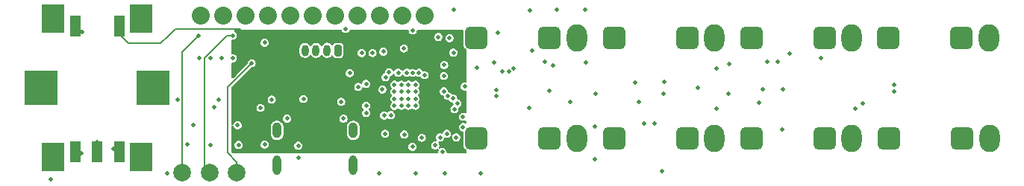
<source format=gbr>
%TF.GenerationSoftware,KiCad,Pcbnew,(6.0.2)*%
%TF.CreationDate,2022-03-16T17:45:16-04:00*%
%TF.ProjectId,cv_sequencer,63765f73-6571-4756-956e-6365722e6b69,0.1*%
%TF.SameCoordinates,Original*%
%TF.FileFunction,Copper,L1,Top*%
%TF.FilePolarity,Positive*%
%FSLAX46Y46*%
G04 Gerber Fmt 4.6, Leading zero omitted, Abs format (unit mm)*
G04 Created by KiCad (PCBNEW (6.0.2)) date 2022-03-16 17:45:16*
%MOMM*%
%LPD*%
G01*
G04 APERTURE LIST*
G04 Aperture macros list*
%AMRoundRect*
0 Rectangle with rounded corners*
0 $1 Rounding radius*
0 $2 $3 $4 $5 $6 $7 $8 $9 X,Y pos of 4 corners*
0 Add a 4 corners polygon primitive as box body*
4,1,4,$2,$3,$4,$5,$6,$7,$8,$9,$2,$3,0*
0 Add four circle primitives for the rounded corners*
1,1,$1+$1,$2,$3*
1,1,$1+$1,$4,$5*
1,1,$1+$1,$6,$7*
1,1,$1+$1,$8,$9*
0 Add four rect primitives between the rounded corners*
20,1,$1+$1,$2,$3,$4,$5,0*
20,1,$1+$1,$4,$5,$6,$7,0*
20,1,$1+$1,$6,$7,$8,$9,0*
20,1,$1+$1,$8,$9,$2,$3,0*%
G04 Aperture macros list end*
%TA.AperFunction,ComponentPad*%
%ADD10O,0.990600X2.209800*%
%TD*%
%TA.AperFunction,ComponentPad*%
%ADD11O,0.990600X1.803400*%
%TD*%
%TA.AperFunction,ComponentPad*%
%ADD12O,0.800000X1.300000*%
%TD*%
%TA.AperFunction,ComponentPad*%
%ADD13RoundRect,0.200000X0.200000X0.450000X-0.200000X0.450000X-0.200000X-0.450000X0.200000X-0.450000X0*%
%TD*%
%TA.AperFunction,SMDPad,CuDef*%
%ADD14R,1.300000X2.400000*%
%TD*%
%TA.AperFunction,SMDPad,CuDef*%
%ADD15R,2.500000X3.200000*%
%TD*%
%TA.AperFunction,SMDPad,CuDef*%
%ADD16R,3.750000X4.000000*%
%TD*%
%TA.AperFunction,ComponentPad*%
%ADD17O,2.300000X3.100000*%
%TD*%
%TA.AperFunction,ComponentPad*%
%ADD18RoundRect,0.650000X0.650000X-0.650000X0.650000X0.650000X-0.650000X0.650000X-0.650000X-0.650000X0*%
%TD*%
%TA.AperFunction,SMDPad,CuDef*%
%ADD19C,2.000000*%
%TD*%
%TA.AperFunction,ComponentPad*%
%ADD20C,2.032000*%
%TD*%
%TA.AperFunction,ComponentPad*%
%ADD21C,0.508000*%
%TD*%
%TA.AperFunction,ViaPad*%
%ADD22C,0.508000*%
%TD*%
%TA.AperFunction,Conductor*%
%ADD23C,0.152400*%
%TD*%
G04 APERTURE END LIST*
D10*
%TO.P,J4,*%
%TO.N,*%
X135735600Y-84527261D03*
X144375600Y-84527261D03*
D11*
X135735600Y-80527260D03*
X144375600Y-80527260D03*
%TD*%
D12*
%TO.P,J1,4*%
%TO.N,/MIDI_OUT_SRC*%
X138896400Y-71424800D03*
%TO.P,J1,3*%
%TO.N,/UART_TX*%
X140146400Y-71424800D03*
%TO.P,J1,2*%
%TO.N,/MIDI_SRC*%
X141396400Y-71424800D03*
D13*
%TO.P,J1,1*%
%TO.N,/MIDI_SNK*%
X142646400Y-71424800D03*
%TD*%
D14*
%TO.P,E1,5*%
%TO.N,/ENC_BTN*%
X112816000Y-68692000D03*
%TO.P,E1,4*%
%TO.N,VCC*%
X117816000Y-68692000D03*
%TO.P,E1,3*%
%TO.N,/ENC_0*%
X117816000Y-82992000D03*
%TO.P,E1,2*%
%TO.N,GND*%
X115316000Y-82992000D03*
%TO.P,E1,1*%
%TO.N,/ENC_1*%
X112816000Y-82992000D03*
D15*
%TO.P,E1,*%
%TO.N,*%
X110316000Y-67792000D03*
D16*
X121691000Y-75692000D03*
D15*
X110316000Y-83592000D03*
X120316000Y-67792000D03*
X120316000Y-83592000D03*
D16*
X108941000Y-75692000D03*
%TD*%
D17*
%TO.P,J12,S,S*%
%TO.N,GND*%
X200942400Y-69977000D03*
D18*
%TO.P,J12,T,T*%
%TO.N,/IO Jacks/CV2_OUT*%
X189542400Y-69977000D03*
%TO.P,J12,TN,TN*%
%TO.N,unconnected-(J12-PadTN)*%
X197842400Y-69977000D03*
%TD*%
D19*
%TO.P,TP18,1,1*%
%TO.N,/~{RESET}*%
X124968000Y-85344000D03*
%TD*%
D17*
%TO.P,J8,S,S*%
%TO.N,GND*%
X200942400Y-81407000D03*
D18*
%TO.P,J8,T,T*%
%TO.N,/IO Jacks/TRIG2*%
X189542400Y-81407000D03*
%TO.P,J8,TN,TN*%
%TO.N,unconnected-(J8-PadTN)*%
X197842400Y-81407000D03*
%TD*%
D17*
%TO.P,J6,S,S*%
%TO.N,GND*%
X169751200Y-81407000D03*
D18*
%TO.P,J6,T,T*%
%TO.N,/IO Jacks/TRIG0*%
X158351200Y-81407000D03*
%TO.P,J6,TN,TN*%
%TO.N,unconnected-(J6-PadTN)*%
X166651200Y-81407000D03*
%TD*%
D17*
%TO.P,J10,S,S*%
%TO.N,GND*%
X169751200Y-69977000D03*
D18*
%TO.P,J10,T,T*%
%TO.N,/IO Jacks/CV0_OUT*%
X158351200Y-69977000D03*
%TO.P,J10,TN,TN*%
%TO.N,unconnected-(J10-PadTN)*%
X166651200Y-69977000D03*
%TD*%
D17*
%TO.P,J13,S,S*%
%TO.N,GND*%
X216489000Y-69977000D03*
D18*
%TO.P,J13,T,T*%
%TO.N,/IO Jacks/CV3_OUT*%
X205089000Y-69977000D03*
%TO.P,J13,TN,TN*%
%TO.N,unconnected-(J13-PadTN)*%
X213389000Y-69977000D03*
%TD*%
D19*
%TO.P,TP16,1,1*%
%TO.N,/SWCLK*%
X128066800Y-85344000D03*
%TD*%
D17*
%TO.P,J9,S,S*%
%TO.N,GND*%
X216538000Y-81407000D03*
D18*
%TO.P,J9,T,T*%
%TO.N,/IO Jacks/TRIG3*%
X205138000Y-81407000D03*
%TO.P,J9,TN,TN*%
%TO.N,unconnected-(J9-PadTN)*%
X213438000Y-81407000D03*
%TD*%
D17*
%TO.P,J11,S,S*%
%TO.N,GND*%
X185346800Y-69977000D03*
D18*
%TO.P,J11,T,T*%
%TO.N,/IO Jacks/CV1_OUT*%
X173946800Y-69977000D03*
%TO.P,J11,TN,TN*%
%TO.N,unconnected-(J11-PadTN)*%
X182246800Y-69977000D03*
%TD*%
D19*
%TO.P,TP15,1,1*%
%TO.N,/SWDIO*%
X131165600Y-85344000D03*
%TD*%
D20*
%TO.P,U1,1,VIN*%
%TO.N,/LCD_VIN*%
X152463500Y-67437000D03*
%TO.P,U1,2,3V3*%
%TO.N,unconnected-(U1-Pad2)*%
X149923500Y-67437000D03*
%TO.P,U1,3,GND*%
%TO.N,GND*%
X147383500Y-67437000D03*
%TO.P,U1,4,SCK*%
%TO.N,/LCD{slash}SD_SCK*%
X144843500Y-67437000D03*
%TO.P,U1,5,MISO*%
%TO.N,/SD_SDO*%
X142303500Y-67437000D03*
%TO.P,U1,6,MOSI*%
%TO.N,/LCD{slash}SD_SDI*%
X139763500Y-67437000D03*
%TO.P,U1,7,TFT_CS*%
%TO.N,/LCD_CS*%
X137223500Y-67437000D03*
%TO.P,U1,8,RST*%
%TO.N,/LCD_RST*%
X134683500Y-67437000D03*
%TO.P,U1,9,DC*%
%TO.N,/LCD_DC*%
X132143500Y-67437000D03*
%TO.P,U1,10,SD_CS*%
%TO.N,/SD_CS*%
X129603500Y-67437000D03*
%TO.P,U1,11,BL*%
%TO.N,unconnected-(U1-Pad11)*%
X127063500Y-67437000D03*
%TD*%
D17*
%TO.P,J7,S,S*%
%TO.N,GND*%
X185346800Y-81407000D03*
D18*
%TO.P,J7,T,T*%
%TO.N,/IO Jacks/TRIG1*%
X173946800Y-81407000D03*
%TO.P,J7,TN,TN*%
%TO.N,unconnected-(J7-PadTN)*%
X182246800Y-81407000D03*
%TD*%
D21*
%TO.P,U2,0,GND*%
%TO.N,GND*%
X151441000Y-75330200D03*
X149041000Y-75330200D03*
X151441000Y-76130200D03*
X150641000Y-76930200D03*
X149041000Y-76930200D03*
X151441000Y-77730200D03*
X149841000Y-76930200D03*
X149841000Y-76130200D03*
X149841000Y-75330200D03*
X151441000Y-76930200D03*
X150638519Y-77730200D03*
X149841000Y-77730200D03*
X150641000Y-76130200D03*
X149041000Y-76130200D03*
X150641000Y-75330200D03*
X149041000Y-77730200D03*
%TD*%
D22*
%TO.N,VCC*%
X167030400Y-73152000D03*
%TO.N,GND*%
X170789600Y-72796400D03*
X164693600Y-71424800D03*
X166065200Y-72745600D03*
X135128000Y-77012800D03*
%TO.N,/STAT_LED*%
X154635200Y-76098400D03*
X153670000Y-82245200D03*
%TO.N,GND*%
X154990800Y-80924400D03*
%TO.N,Net-(R5-Pad1)*%
X147980400Y-80924400D03*
X151079200Y-82397600D03*
%TO.N,/IO Jacks/CVx_REF*%
X171881300Y-76352400D03*
%TO.N,VDD*%
X126238000Y-79959200D03*
X131253215Y-79959200D03*
%TO.N,VCC*%
X132943600Y-70459600D03*
%TO.N,GND*%
X205689200Y-76098400D03*
X205689200Y-75336400D03*
%TO.N,/IO Jacks/VREF_5V0*%
X179425600Y-85140800D03*
X201320400Y-78028800D03*
%TO.N,/IO Jacks/CVx_REF*%
X183489600Y-75692000D03*
X190804800Y-75895200D03*
X193090800Y-75844400D03*
X202133200Y-77470000D03*
%TO.N,/VREG_1V2*%
X155752800Y-71678800D03*
X150469600Y-73964800D03*
%TO.N,GND*%
X128168400Y-82245200D03*
X156819600Y-80162400D03*
X151130000Y-69138800D03*
X160324800Y-72796400D03*
X197408800Y-72288400D03*
X126898400Y-72339200D03*
X143256000Y-79197200D03*
X154736800Y-85445600D03*
X154228800Y-81330800D03*
X124409200Y-77063600D03*
X157022800Y-75539600D03*
X154025600Y-69900800D03*
X158851600Y-85445600D03*
X143967200Y-74015600D03*
X156819600Y-78994000D03*
X186994800Y-72948800D03*
X115316000Y-81838800D03*
X147320000Y-85445600D03*
X155295600Y-70053200D03*
X186944000Y-76352400D03*
X138734800Y-76962000D03*
X129438400Y-72339200D03*
X128625600Y-77927200D03*
X143002000Y-77266800D03*
X150114000Y-71221600D03*
X129082800Y-77063600D03*
X192989200Y-80467200D03*
X131352722Y-82194262D03*
X147777200Y-71577200D03*
X128168400Y-72339200D03*
X130708400Y-72339200D03*
X164338000Y-77978000D03*
X136855200Y-79197200D03*
X125526800Y-82143600D03*
X149478500Y-73964800D03*
X133858000Y-77978000D03*
X134315200Y-82143600D03*
X151485600Y-85445600D03*
%TO.N,VCC*%
X132740400Y-78841600D03*
X135890000Y-78435200D03*
X134315200Y-80975200D03*
X156565600Y-72770500D03*
X145338800Y-69545200D03*
X133045200Y-77114400D03*
X131978400Y-75387200D03*
X155854400Y-69392800D03*
X155549600Y-75895200D03*
X134315200Y-79654400D03*
X155194000Y-79603600D03*
X145717084Y-79326916D03*
X154432000Y-71678800D03*
X145724041Y-76178841D03*
%TO.N,VSS*%
X192532000Y-72745600D03*
X110083600Y-86106000D03*
X178511200Y-79756000D03*
%TO.N,/VREG_1V2*%
X152146000Y-81381600D03*
X150160107Y-81011647D03*
%TO.N,/5V3*%
X155803600Y-66802000D03*
X160731200Y-69443600D03*
%TO.N,VDD*%
X123240800Y-85445600D03*
X177342800Y-79756000D03*
X191363600Y-72745600D03*
%TO.N,/ENC_1*%
X113487200Y-83159600D03*
X148640800Y-78790800D03*
%TO.N,/ENC_0*%
X147878800Y-78841600D03*
X117144800Y-82651600D03*
%TO.N,/ENC_BTN*%
X146558000Y-71729600D03*
X147675600Y-75895200D03*
X113639600Y-69342000D03*
%TO.N,/SWDIO*%
X151820843Y-73985157D03*
X132842000Y-72898000D03*
%TO.N,/SWCLK*%
X130708400Y-69748400D03*
X151130000Y-73990700D03*
%TO.N,/~{RESET}*%
X138125200Y-82271100D03*
X152476202Y-74244213D03*
X126847600Y-69748400D03*
X154482793Y-83007200D03*
X138125200Y-83641700D03*
X154686000Y-73101200D03*
%TO.N,/IO Jacks/VREF_5V0*%
X171754800Y-80060800D03*
X171754800Y-83820000D03*
%TO.N,/IO_TRIG0*%
X155854400Y-78130400D03*
X156057600Y-81330800D03*
X185572400Y-78028800D03*
%TO.N,/IO_TRIG1*%
X155702000Y-76911200D03*
X185572400Y-73456800D03*
%TO.N,/IO_TRIG2*%
X156182731Y-77472290D03*
X190398400Y-77419200D03*
%TO.N,/IO_TRIG3*%
X155092400Y-76606400D03*
X193852800Y-71780400D03*
%TO.N,/LCD{slash}SD_SCK*%
X148031200Y-74472800D03*
%TO.N,/LCD_RST*%
X143510000Y-68986400D03*
%TO.N,/LCD_DC*%
X148437600Y-73914000D03*
%TO.N,/SD_CS*%
X145846800Y-75234800D03*
X134315200Y-70561200D03*
%TO.N,/IO_SDI*%
X162584900Y-73456800D03*
X154660549Y-74334886D03*
X158394400Y-73406000D03*
X170637200Y-66802000D03*
%TO.N,/IO_SCK*%
X161290000Y-73812400D03*
X164439600Y-66852800D03*
%TO.N,/IO Jacks/DAC_VOUT0*%
X168960800Y-77317600D03*
X176733200Y-77317600D03*
%TO.N,/IO_SDO*%
X162001200Y-73812400D03*
X167487600Y-66802000D03*
%TO.N,/IO Jacks/DAC_VOUT1*%
X176326800Y-75082400D03*
X160578800Y-75946000D03*
%TO.N,/IO Jacks/DAC_VOUT2*%
X179628800Y-75031600D03*
X166573200Y-75996800D03*
%TO.N,/IO Jacks/DAC_VOUT3*%
X160578800Y-76657200D03*
X179527200Y-76352400D03*
%TO.N,/UART_TX*%
X145846800Y-78536800D03*
%TO.N,/UART_RX*%
X145338800Y-71729600D03*
X144932400Y-75590400D03*
X145846800Y-77724000D03*
%TD*%
D23*
%TO.N,VCC*%
X131470400Y-68986400D02*
X132943600Y-70459600D01*
X126288800Y-68986400D02*
X131470400Y-68986400D01*
X124155200Y-68986400D02*
X126288800Y-68986400D01*
X122529600Y-70612000D02*
X123393200Y-69748400D01*
X123393200Y-69748400D02*
X124155200Y-68986400D01*
X118872000Y-70612000D02*
X122529600Y-70612000D01*
X117816000Y-68692000D02*
X117816000Y-69556000D01*
X117816000Y-69556000D02*
X118872000Y-70612000D01*
%TO.N,/ENC_BTN*%
X112989600Y-68692000D02*
X113639600Y-69342000D01*
X112816000Y-68692000D02*
X112989600Y-68692000D01*
%TO.N,/SWDIO*%
X131165600Y-84124800D02*
X131165600Y-85344000D01*
X132842000Y-72898000D02*
X130098800Y-75641200D01*
X130098800Y-83058000D02*
X131165600Y-84124800D01*
X130098800Y-75641200D02*
X130098800Y-83058000D01*
%TO.N,/SWCLK*%
X127508000Y-72317791D02*
X130077391Y-69748400D01*
X130077391Y-69748400D02*
X130708400Y-69748400D01*
X127508000Y-84785200D02*
X127508000Y-72317791D01*
X128066800Y-85344000D02*
X127508000Y-84785200D01*
%TO.N,/~{RESET}*%
X124968000Y-85344000D02*
X124968000Y-71628000D01*
X124968000Y-71628000D02*
X126847600Y-69748400D01*
%TD*%
%TA.AperFunction,Conductor*%
%TO.N,VCC*%
G36*
X143040521Y-69108002D02*
G01*
X143087729Y-69163254D01*
X143108499Y-69210456D01*
X143117430Y-69230754D01*
X143201791Y-69331113D01*
X143209262Y-69336086D01*
X143209263Y-69336087D01*
X143225470Y-69346875D01*
X143310929Y-69403762D01*
X143400372Y-69431706D01*
X143427501Y-69440182D01*
X143427502Y-69440182D01*
X143436070Y-69442859D01*
X143500505Y-69444040D01*
X143558178Y-69445097D01*
X143558181Y-69445097D01*
X143567154Y-69445261D01*
X143608547Y-69433976D01*
X143684982Y-69413138D01*
X143684985Y-69413137D01*
X143693644Y-69410776D01*
X143701296Y-69406078D01*
X143797719Y-69346875D01*
X143797722Y-69346872D01*
X143805371Y-69342176D01*
X143893353Y-69244975D01*
X143904209Y-69222569D01*
X143934977Y-69159062D01*
X143982680Y-69106479D01*
X144048370Y-69088000D01*
X150551128Y-69088000D01*
X150619249Y-69108002D01*
X150665742Y-69161658D01*
X150676064Y-69197661D01*
X150684627Y-69263150D01*
X150737430Y-69383154D01*
X150821791Y-69483513D01*
X150829262Y-69488486D01*
X150829263Y-69488487D01*
X150845461Y-69499269D01*
X150930929Y-69556162D01*
X151020372Y-69584106D01*
X151047501Y-69592582D01*
X151047502Y-69592582D01*
X151056070Y-69595259D01*
X151120505Y-69596440D01*
X151178178Y-69597497D01*
X151178181Y-69597497D01*
X151187154Y-69597661D01*
X151228547Y-69586376D01*
X151304982Y-69565538D01*
X151304985Y-69565537D01*
X151313644Y-69563176D01*
X151331281Y-69552347D01*
X151417719Y-69499275D01*
X151417722Y-69499272D01*
X151425371Y-69494576D01*
X151435409Y-69483487D01*
X151504868Y-69406749D01*
X151513353Y-69397375D01*
X151524225Y-69374936D01*
X151566604Y-69287464D01*
X151566604Y-69287463D01*
X151570517Y-69279387D01*
X151585035Y-69193095D01*
X151616062Y-69129237D01*
X151676688Y-69092291D01*
X151709289Y-69088000D01*
X156723877Y-69088000D01*
X156791998Y-69108002D01*
X156838491Y-69161658D01*
X156849585Y-69222569D01*
X156847646Y-69251008D01*
X156847646Y-69251023D01*
X156847500Y-69253157D01*
X156847501Y-70700842D01*
X156850411Y-70743544D01*
X156895284Y-70923519D01*
X156898316Y-70929626D01*
X156898317Y-70929630D01*
X156945853Y-71025391D01*
X156977757Y-71089661D01*
X156982030Y-71094976D01*
X156982031Y-71094977D01*
X157086457Y-71224856D01*
X157093983Y-71234217D01*
X157099295Y-71238488D01*
X157099300Y-71238493D01*
X157178952Y-71302535D01*
X157219508Y-71360808D01*
X157226000Y-71400731D01*
X157226000Y-74957482D01*
X157205998Y-75025603D01*
X157152342Y-75072096D01*
X157091157Y-75080719D01*
X157091148Y-75082272D01*
X156960044Y-75081471D01*
X156833985Y-75117499D01*
X156826398Y-75122286D01*
X156826396Y-75122287D01*
X156768043Y-75159105D01*
X156723105Y-75187459D01*
X156636317Y-75285728D01*
X156632503Y-75293851D01*
X156632502Y-75293853D01*
X156617699Y-75325383D01*
X156580598Y-75404405D01*
X156575396Y-75437817D01*
X156561809Y-75525078D01*
X156561809Y-75525082D01*
X156560428Y-75533951D01*
X156561592Y-75542853D01*
X156561592Y-75542856D01*
X156565737Y-75574554D01*
X156577427Y-75663950D01*
X156630230Y-75783954D01*
X156714591Y-75884313D01*
X156722062Y-75889286D01*
X156722063Y-75889287D01*
X156738247Y-75900060D01*
X156823729Y-75956962D01*
X156913172Y-75984906D01*
X156940301Y-75993382D01*
X156940302Y-75993382D01*
X156948870Y-75996059D01*
X157018016Y-75997326D01*
X157070982Y-75998297D01*
X157070985Y-75998297D01*
X157079954Y-75998461D01*
X157085847Y-75996854D01*
X157154494Y-76008048D01*
X157207263Y-76055545D01*
X157226000Y-76121655D01*
X157226000Y-78480113D01*
X157205998Y-78548234D01*
X157152342Y-78594727D01*
X157082068Y-78604831D01*
X157031468Y-78585845D01*
X157021092Y-78579120D01*
X157021090Y-78579119D01*
X157013558Y-78574237D01*
X156887948Y-78536672D01*
X156878972Y-78536617D01*
X156878971Y-78536617D01*
X156824559Y-78536285D01*
X156756844Y-78535871D01*
X156630785Y-78571899D01*
X156623198Y-78576686D01*
X156623196Y-78576687D01*
X156603268Y-78589261D01*
X156519905Y-78641859D01*
X156433117Y-78740128D01*
X156429303Y-78748251D01*
X156429302Y-78748253D01*
X156416807Y-78774866D01*
X156377398Y-78858805D01*
X156373088Y-78886487D01*
X156358609Y-78979478D01*
X156358609Y-78979482D01*
X156357228Y-78988351D01*
X156374227Y-79118350D01*
X156427030Y-79238354D01*
X156436397Y-79249497D01*
X156503874Y-79329770D01*
X156511391Y-79338713D01*
X156518862Y-79343686D01*
X156518863Y-79343687D01*
X156542941Y-79359715D01*
X156620529Y-79411362D01*
X156690863Y-79433336D01*
X156737101Y-79447782D01*
X156737102Y-79447782D01*
X156745670Y-79450459D01*
X156810105Y-79451640D01*
X156867778Y-79452697D01*
X156867781Y-79452697D01*
X156876754Y-79452861D01*
X156918228Y-79441554D01*
X156994582Y-79420738D01*
X156994585Y-79420737D01*
X157003244Y-79418376D01*
X157034073Y-79399447D01*
X157102590Y-79380850D01*
X157170285Y-79402248D01*
X157215665Y-79456848D01*
X157226000Y-79506823D01*
X157226000Y-79648513D01*
X157205998Y-79716634D01*
X157152342Y-79763127D01*
X157082068Y-79773231D01*
X157031468Y-79754245D01*
X157021092Y-79747520D01*
X157021090Y-79747519D01*
X157013558Y-79742637D01*
X156887948Y-79705072D01*
X156878972Y-79705017D01*
X156878971Y-79705017D01*
X156824559Y-79704685D01*
X156756844Y-79704271D01*
X156630785Y-79740299D01*
X156519905Y-79810259D01*
X156513963Y-79816987D01*
X156499285Y-79833607D01*
X156433117Y-79908528D01*
X156377398Y-80027205D01*
X156370626Y-80070699D01*
X156358609Y-80147878D01*
X156358609Y-80147882D01*
X156357228Y-80156751D01*
X156358392Y-80165653D01*
X156358392Y-80165656D01*
X156365208Y-80217775D01*
X156374227Y-80286750D01*
X156427030Y-80406754D01*
X156511391Y-80507113D01*
X156620529Y-80579762D01*
X156745670Y-80618859D01*
X156745704Y-80618860D01*
X156805692Y-80647554D01*
X156843008Y-80707953D01*
X156847500Y-80741297D01*
X156847501Y-81436023D01*
X156847501Y-82130842D01*
X156850411Y-82173544D01*
X156895284Y-82353519D01*
X156898316Y-82359626D01*
X156898317Y-82359630D01*
X156974724Y-82513552D01*
X156977757Y-82519661D01*
X156982030Y-82524976D01*
X156982031Y-82524977D01*
X157082195Y-82649556D01*
X157093983Y-82664217D01*
X157099295Y-82668488D01*
X157099300Y-82668493D01*
X157178952Y-82732535D01*
X157219508Y-82790808D01*
X157226000Y-82830731D01*
X157226000Y-82982800D01*
X157205998Y-83050921D01*
X157152342Y-83097414D01*
X157100000Y-83108800D01*
X155068991Y-83108800D01*
X155000870Y-83088798D01*
X154954377Y-83035142D01*
X154944264Y-83000662D01*
X154927887Y-82886304D01*
X154927886Y-82886301D01*
X154926614Y-82877418D01*
X154920458Y-82863878D01*
X154876066Y-82766243D01*
X154876064Y-82766240D01*
X154872349Y-82758069D01*
X154786768Y-82658747D01*
X154774447Y-82650761D01*
X154684282Y-82592318D01*
X154684280Y-82592317D01*
X154676751Y-82587437D01*
X154551141Y-82549872D01*
X154542165Y-82549817D01*
X154542164Y-82549817D01*
X154487752Y-82549485D01*
X154420037Y-82549071D01*
X154293978Y-82585099D01*
X154282537Y-82592318D01*
X154263511Y-82604322D01*
X154195226Y-82623755D01*
X154127274Y-82603185D01*
X154081231Y-82549143D01*
X154071713Y-82478787D01*
X154082885Y-82442820D01*
X154106603Y-82393866D01*
X154106603Y-82393865D01*
X154110517Y-82385787D01*
X154132269Y-82256498D01*
X154132407Y-82245200D01*
X154125808Y-82199122D01*
X154115094Y-82124304D01*
X154115093Y-82124301D01*
X154113821Y-82115418D01*
X154094701Y-82073366D01*
X154063273Y-82004243D01*
X154063271Y-82004240D01*
X154059556Y-81996069D01*
X154053695Y-81989267D01*
X154048860Y-81981707D01*
X154051926Y-81979746D01*
X154029765Y-81930817D01*
X154040088Y-81860575D01*
X154086748Y-81807064D01*
X154156846Y-81787295D01*
X154285954Y-81789661D01*
X154350144Y-81772161D01*
X154403782Y-81757538D01*
X154403785Y-81757537D01*
X154412444Y-81755176D01*
X154423868Y-81748162D01*
X154516519Y-81691275D01*
X154516522Y-81691272D01*
X154524171Y-81686576D01*
X154560147Y-81646831D01*
X154606128Y-81596031D01*
X154612153Y-81589375D01*
X154623025Y-81566936D01*
X154665404Y-81479464D01*
X154665404Y-81479463D01*
X154669317Y-81471387D01*
X154672186Y-81454334D01*
X154703214Y-81390476D01*
X154763840Y-81353530D01*
X154834014Y-81354973D01*
X154908301Y-81378182D01*
X154908302Y-81378182D01*
X154916870Y-81380859D01*
X154981305Y-81382040D01*
X155038978Y-81383097D01*
X155038981Y-81383097D01*
X155047954Y-81383261D01*
X155089347Y-81371976D01*
X155165782Y-81351138D01*
X155165785Y-81351137D01*
X155174444Y-81348776D01*
X155182096Y-81344078D01*
X155278519Y-81284875D01*
X155278522Y-81284872D01*
X155286171Y-81280176D01*
X155293012Y-81272619D01*
X155368129Y-81189630D01*
X155374153Y-81182975D01*
X155376421Y-81178294D01*
X155429634Y-81134217D01*
X155500115Y-81125677D01*
X155564024Y-81156598D01*
X155601071Y-81217162D01*
X155603916Y-81269349D01*
X155596609Y-81316278D01*
X155596609Y-81316282D01*
X155595228Y-81325151D01*
X155596392Y-81334053D01*
X155596392Y-81334056D01*
X155602518Y-81380899D01*
X155612227Y-81455150D01*
X155665030Y-81575154D01*
X155749391Y-81675513D01*
X155756862Y-81680486D01*
X155756863Y-81680487D01*
X155769419Y-81688845D01*
X155858529Y-81748162D01*
X155927804Y-81769805D01*
X155975101Y-81784582D01*
X155975102Y-81784582D01*
X155983670Y-81787259D01*
X156048105Y-81788440D01*
X156105778Y-81789497D01*
X156105781Y-81789497D01*
X156114754Y-81789661D01*
X156178944Y-81772161D01*
X156232582Y-81757538D01*
X156232585Y-81757537D01*
X156241244Y-81755176D01*
X156252668Y-81748162D01*
X156345319Y-81691275D01*
X156345322Y-81691272D01*
X156352971Y-81686576D01*
X156388947Y-81646831D01*
X156434928Y-81596031D01*
X156440953Y-81589375D01*
X156451825Y-81566936D01*
X156494204Y-81479464D01*
X156494204Y-81479463D01*
X156498117Y-81471387D01*
X156519869Y-81342098D01*
X156520007Y-81330800D01*
X156509295Y-81256001D01*
X156502694Y-81209904D01*
X156502693Y-81209901D01*
X156501421Y-81201018D01*
X156495265Y-81187478D01*
X156450873Y-81089843D01*
X156450871Y-81089840D01*
X156447156Y-81081669D01*
X156381611Y-81005600D01*
X156367436Y-80989149D01*
X156361575Y-80982347D01*
X156322521Y-80957033D01*
X156259089Y-80915918D01*
X156259087Y-80915917D01*
X156251558Y-80911037D01*
X156125948Y-80873472D01*
X156116972Y-80873417D01*
X156116971Y-80873417D01*
X156062559Y-80873085D01*
X155994844Y-80872671D01*
X155868785Y-80908699D01*
X155861198Y-80913486D01*
X155861196Y-80913487D01*
X155833697Y-80930838D01*
X155757905Y-80978659D01*
X155671117Y-81076928D01*
X155671089Y-81076987D01*
X155620389Y-81120039D01*
X155550018Y-81129439D01*
X155485735Y-81099301D01*
X155447951Y-81039194D01*
X155444942Y-80984002D01*
X155444973Y-80983821D01*
X155449480Y-80957033D01*
X155452263Y-80940492D01*
X155452264Y-80940485D01*
X155453069Y-80935698D01*
X155453207Y-80924400D01*
X155444427Y-80863091D01*
X155435894Y-80803504D01*
X155435893Y-80803501D01*
X155434621Y-80794618D01*
X155420025Y-80762516D01*
X155384073Y-80683443D01*
X155384071Y-80683440D01*
X155380356Y-80675269D01*
X155294775Y-80575947D01*
X155263978Y-80555985D01*
X155192289Y-80509518D01*
X155192287Y-80509517D01*
X155184758Y-80504637D01*
X155059148Y-80467072D01*
X155050172Y-80467017D01*
X155050171Y-80467017D01*
X154995759Y-80466685D01*
X154928044Y-80466271D01*
X154801985Y-80502299D01*
X154794398Y-80507086D01*
X154794396Y-80507087D01*
X154786472Y-80512087D01*
X154691105Y-80572259D01*
X154604317Y-80670528D01*
X154600503Y-80678651D01*
X154600502Y-80678653D01*
X154598387Y-80683158D01*
X154548598Y-80789205D01*
X154547217Y-80798075D01*
X154547216Y-80798078D01*
X154547095Y-80798858D01*
X154546761Y-80799567D01*
X154544593Y-80806659D01*
X154543569Y-80806346D01*
X154516852Y-80863091D01*
X154456683Y-80900776D01*
X154386494Y-80900192D01*
X154297148Y-80873472D01*
X154288172Y-80873417D01*
X154288171Y-80873417D01*
X154233759Y-80873085D01*
X154166044Y-80872671D01*
X154039985Y-80908699D01*
X154032398Y-80913486D01*
X154032396Y-80913487D01*
X154004897Y-80930838D01*
X153929105Y-80978659D01*
X153842317Y-81076928D01*
X153838503Y-81085051D01*
X153838502Y-81085053D01*
X153830724Y-81101620D01*
X153786598Y-81195605D01*
X153785217Y-81204477D01*
X153767809Y-81316278D01*
X153767809Y-81316282D01*
X153766428Y-81325151D01*
X153767592Y-81334053D01*
X153767592Y-81334056D01*
X153773718Y-81380899D01*
X153783427Y-81455150D01*
X153836230Y-81575154D01*
X153842006Y-81582025D01*
X153846751Y-81589649D01*
X153845555Y-81590393D01*
X153870272Y-81646738D01*
X153859116Y-81716853D01*
X153811824Y-81769805D01*
X153743411Y-81788784D01*
X153740639Y-81788557D01*
X153738348Y-81787872D01*
X153607244Y-81787071D01*
X153481185Y-81823099D01*
X153473598Y-81827886D01*
X153473596Y-81827887D01*
X153421789Y-81860575D01*
X153370305Y-81893059D01*
X153283517Y-81991328D01*
X153279703Y-81999451D01*
X153279702Y-81999453D01*
X153272958Y-82013818D01*
X153227798Y-82110005D01*
X153221811Y-82148460D01*
X153209009Y-82230678D01*
X153209009Y-82230682D01*
X153207628Y-82239551D01*
X153208792Y-82248453D01*
X153208792Y-82248456D01*
X153212179Y-82274356D01*
X153224627Y-82369550D01*
X153277430Y-82489554D01*
X153361791Y-82589913D01*
X153369262Y-82594886D01*
X153369263Y-82594887D01*
X153380395Y-82602297D01*
X153470929Y-82662562D01*
X153553829Y-82688462D01*
X153587501Y-82698982D01*
X153587502Y-82698982D01*
X153596070Y-82701659D01*
X153660505Y-82702840D01*
X153718178Y-82703897D01*
X153718181Y-82703897D01*
X153727154Y-82704061D01*
X153784371Y-82688462D01*
X153844982Y-82671938D01*
X153844985Y-82671937D01*
X153853644Y-82669576D01*
X153890810Y-82646756D01*
X153959324Y-82628159D01*
X154027020Y-82649556D01*
X154072401Y-82704155D01*
X154081059Y-82774622D01*
X154070791Y-82807681D01*
X154067373Y-82814962D01*
X154040591Y-82872005D01*
X154020421Y-83001551D01*
X154016802Y-83000987D01*
X154001042Y-83052255D01*
X153946803Y-83098066D01*
X153895913Y-83108800D01*
X130682000Y-83108800D01*
X130613879Y-83088798D01*
X130567386Y-83035142D01*
X130556000Y-82982800D01*
X130556000Y-82188613D01*
X130890350Y-82188613D01*
X130891514Y-82197515D01*
X130891514Y-82197518D01*
X130897749Y-82245200D01*
X130907349Y-82318612D01*
X130960152Y-82438616D01*
X130996062Y-82481336D01*
X131037112Y-82530170D01*
X131044513Y-82538975D01*
X131051984Y-82543948D01*
X131051985Y-82543949D01*
X131076063Y-82559977D01*
X131153651Y-82611624D01*
X131217510Y-82631575D01*
X131270223Y-82648044D01*
X131270224Y-82648044D01*
X131278792Y-82650721D01*
X131343227Y-82651902D01*
X131400900Y-82652959D01*
X131400903Y-82652959D01*
X131409876Y-82653123D01*
X131451269Y-82641838D01*
X131527704Y-82621000D01*
X131527707Y-82620999D01*
X131536366Y-82618638D01*
X131547790Y-82611624D01*
X131640441Y-82554737D01*
X131640444Y-82554734D01*
X131648093Y-82550038D01*
X131681119Y-82513552D01*
X131730050Y-82459493D01*
X131736075Y-82452837D01*
X131746947Y-82430398D01*
X131789326Y-82342926D01*
X131789326Y-82342925D01*
X131793239Y-82334849D01*
X131814991Y-82205560D01*
X131815129Y-82194262D01*
X131809056Y-82151853D01*
X131807065Y-82137951D01*
X133852828Y-82137951D01*
X133853992Y-82146853D01*
X133853992Y-82146856D01*
X133855044Y-82154898D01*
X133869827Y-82267950D01*
X133922630Y-82387954D01*
X133942580Y-82411687D01*
X133998984Y-82478787D01*
X134006991Y-82488313D01*
X134014462Y-82493286D01*
X134014463Y-82493287D01*
X134030219Y-82503775D01*
X134116129Y-82560962D01*
X134200870Y-82587437D01*
X134232701Y-82597382D01*
X134232702Y-82597382D01*
X134241270Y-82600059D01*
X134305705Y-82601240D01*
X134363378Y-82602297D01*
X134363381Y-82602297D01*
X134372354Y-82602461D01*
X134427462Y-82587437D01*
X134490182Y-82570338D01*
X134490185Y-82570337D01*
X134498844Y-82567976D01*
X134510268Y-82560962D01*
X134602919Y-82504075D01*
X134602922Y-82504072D01*
X134610571Y-82499376D01*
X134619462Y-82489554D01*
X134689943Y-82411687D01*
X134698553Y-82402175D01*
X134703104Y-82392783D01*
X134751804Y-82292264D01*
X134751804Y-82292263D01*
X134755717Y-82284187D01*
X134758869Y-82265451D01*
X137662828Y-82265451D01*
X137663992Y-82274353D01*
X137663992Y-82274356D01*
X137665044Y-82282398D01*
X137679827Y-82395450D01*
X137732630Y-82515454D01*
X137773134Y-82563639D01*
X137805630Y-82602297D01*
X137816991Y-82615813D01*
X137824462Y-82620786D01*
X137824463Y-82620787D01*
X137835538Y-82628159D01*
X137926129Y-82688462D01*
X138015572Y-82716406D01*
X138042701Y-82724882D01*
X138042702Y-82724882D01*
X138051270Y-82727559D01*
X138115705Y-82728740D01*
X138173378Y-82729797D01*
X138173381Y-82729797D01*
X138182354Y-82729961D01*
X138223747Y-82718676D01*
X138300182Y-82697838D01*
X138300185Y-82697837D01*
X138308844Y-82695476D01*
X138320268Y-82688462D01*
X138412919Y-82631575D01*
X138412922Y-82631572D01*
X138420571Y-82626876D01*
X138431954Y-82614301D01*
X138480233Y-82560962D01*
X138508553Y-82529675D01*
X138516365Y-82513552D01*
X138561804Y-82419764D01*
X138561804Y-82419763D01*
X138565717Y-82411687D01*
X138569037Y-82391951D01*
X150616828Y-82391951D01*
X150617992Y-82400853D01*
X150617992Y-82400856D01*
X150624790Y-82452837D01*
X150633827Y-82521950D01*
X150686630Y-82641954D01*
X150709849Y-82669576D01*
X150758623Y-82727599D01*
X150770991Y-82742313D01*
X150778462Y-82747286D01*
X150778463Y-82747287D01*
X150794661Y-82758069D01*
X150880129Y-82814962D01*
X150953757Y-82837965D01*
X150996701Y-82851382D01*
X150996702Y-82851382D01*
X151005270Y-82854059D01*
X151069705Y-82855240D01*
X151127378Y-82856297D01*
X151127381Y-82856297D01*
X151136354Y-82856461D01*
X151177747Y-82845176D01*
X151254182Y-82824338D01*
X151254185Y-82824337D01*
X151262844Y-82821976D01*
X151274268Y-82814962D01*
X151366919Y-82758075D01*
X151366922Y-82758072D01*
X151374571Y-82753376D01*
X151393436Y-82732535D01*
X151454068Y-82665549D01*
X151462553Y-82656175D01*
X151466493Y-82648044D01*
X151515804Y-82546264D01*
X151515804Y-82546263D01*
X151519717Y-82538187D01*
X151541469Y-82408898D01*
X151541607Y-82397600D01*
X151533777Y-82342926D01*
X151524294Y-82276704D01*
X151524293Y-82276701D01*
X151523021Y-82267818D01*
X151519032Y-82259045D01*
X151472473Y-82156643D01*
X151472471Y-82156640D01*
X151468756Y-82148469D01*
X151383175Y-82049147D01*
X151334006Y-82017277D01*
X151280689Y-81982718D01*
X151280687Y-81982717D01*
X151273158Y-81977837D01*
X151147548Y-81940272D01*
X151138572Y-81940217D01*
X151138571Y-81940217D01*
X151084159Y-81939885D01*
X151016444Y-81939471D01*
X150890385Y-81975499D01*
X150882798Y-81980286D01*
X150882796Y-81980287D01*
X150844828Y-82004243D01*
X150779505Y-82045459D01*
X150692717Y-82143728D01*
X150688903Y-82151851D01*
X150688902Y-82151853D01*
X150686653Y-82156643D01*
X150636998Y-82262405D01*
X150634985Y-82275336D01*
X150618209Y-82383078D01*
X150618209Y-82383082D01*
X150616828Y-82391951D01*
X138569037Y-82391951D01*
X138587469Y-82282398D01*
X138587607Y-82271100D01*
X138577299Y-82199122D01*
X138570294Y-82150204D01*
X138570293Y-82150201D01*
X138569021Y-82141318D01*
X138565307Y-82133149D01*
X138518473Y-82030143D01*
X138518471Y-82030140D01*
X138514756Y-82021969D01*
X138429175Y-81922647D01*
X138376137Y-81888269D01*
X138326689Y-81856218D01*
X138326687Y-81856217D01*
X138319158Y-81851337D01*
X138193548Y-81813772D01*
X138184572Y-81813717D01*
X138184571Y-81813717D01*
X138130159Y-81813385D01*
X138062444Y-81812971D01*
X137936385Y-81848999D01*
X137928798Y-81853786D01*
X137928796Y-81853787D01*
X137918038Y-81860575D01*
X137825505Y-81918959D01*
X137738717Y-82017228D01*
X137734903Y-82025351D01*
X137734902Y-82025353D01*
X137716532Y-82064480D01*
X137682998Y-82135905D01*
X137674662Y-82189445D01*
X137664209Y-82256578D01*
X137664209Y-82256582D01*
X137662828Y-82265451D01*
X134758869Y-82265451D01*
X134777469Y-82154898D01*
X134777607Y-82143600D01*
X134765501Y-82059067D01*
X134760294Y-82022704D01*
X134760293Y-82022701D01*
X134759021Y-82013818D01*
X134755307Y-82005649D01*
X134708473Y-81902643D01*
X134708471Y-81902640D01*
X134704756Y-81894469D01*
X134619175Y-81795147D01*
X134583353Y-81771928D01*
X134516689Y-81728718D01*
X134516687Y-81728717D01*
X134509158Y-81723837D01*
X134383548Y-81686272D01*
X134374572Y-81686217D01*
X134374571Y-81686217D01*
X134320159Y-81685885D01*
X134252444Y-81685471D01*
X134126385Y-81721499D01*
X134118798Y-81726286D01*
X134118796Y-81726287D01*
X134080456Y-81750478D01*
X134015505Y-81791459D01*
X134009563Y-81798187D01*
X133993526Y-81816345D01*
X133928717Y-81889728D01*
X133924903Y-81897851D01*
X133924902Y-81897853D01*
X133903061Y-81944373D01*
X133872998Y-82008405D01*
X133867975Y-82040669D01*
X133854209Y-82129078D01*
X133854209Y-82129082D01*
X133852828Y-82137951D01*
X131807065Y-82137951D01*
X131797816Y-82073366D01*
X131797815Y-82073363D01*
X131796543Y-82064480D01*
X131790387Y-82050940D01*
X131745995Y-81953305D01*
X131745993Y-81953302D01*
X131742278Y-81945131D01*
X131656697Y-81845809D01*
X131621660Y-81823099D01*
X131554211Y-81779380D01*
X131554209Y-81779379D01*
X131546680Y-81774499D01*
X131421070Y-81736934D01*
X131412094Y-81736879D01*
X131412093Y-81736879D01*
X131357681Y-81736547D01*
X131289966Y-81736133D01*
X131163907Y-81772161D01*
X131156320Y-81776948D01*
X131156318Y-81776949D01*
X131136431Y-81789497D01*
X131053027Y-81842121D01*
X130966239Y-81940390D01*
X130962425Y-81948513D01*
X130962424Y-81948515D01*
X130947761Y-81979746D01*
X130910520Y-82059067D01*
X130903018Y-82107249D01*
X130891731Y-82179740D01*
X130891731Y-82179744D01*
X130890350Y-82188613D01*
X130556000Y-82188613D01*
X130556000Y-80976086D01*
X135036600Y-80976086D01*
X135051791Y-81101620D01*
X135111594Y-81259882D01*
X135115895Y-81266140D01*
X135203013Y-81392898D01*
X135207421Y-81399312D01*
X135213091Y-81404363D01*
X135213092Y-81404365D01*
X135328069Y-81506806D01*
X135328072Y-81506808D01*
X135333741Y-81511859D01*
X135483261Y-81591026D01*
X135490626Y-81592876D01*
X135639978Y-81630391D01*
X135639982Y-81630391D01*
X135647349Y-81632242D01*
X135654948Y-81632282D01*
X135654950Y-81632282D01*
X135725292Y-81632650D01*
X135816531Y-81633128D01*
X135827931Y-81630391D01*
X135973662Y-81595404D01*
X135973665Y-81595403D01*
X135981041Y-81593632D01*
X136131382Y-81516036D01*
X136137103Y-81511046D01*
X136137105Y-81511044D01*
X136253147Y-81409814D01*
X136258874Y-81404818D01*
X136292931Y-81356360D01*
X136351785Y-81272619D01*
X136351787Y-81272616D01*
X136356156Y-81266399D01*
X136417612Y-81108771D01*
X136432310Y-80997125D01*
X136434062Y-80983821D01*
X136434062Y-80983820D01*
X136434600Y-80979734D01*
X136434600Y-80976086D01*
X143676600Y-80976086D01*
X143691791Y-81101620D01*
X143751594Y-81259882D01*
X143755895Y-81266140D01*
X143843013Y-81392898D01*
X143847421Y-81399312D01*
X143853091Y-81404363D01*
X143853092Y-81404365D01*
X143968069Y-81506806D01*
X143968072Y-81506808D01*
X143973741Y-81511859D01*
X144123261Y-81591026D01*
X144130626Y-81592876D01*
X144279978Y-81630391D01*
X144279982Y-81630391D01*
X144287349Y-81632242D01*
X144294948Y-81632282D01*
X144294950Y-81632282D01*
X144365292Y-81632650D01*
X144456531Y-81633128D01*
X144467931Y-81630391D01*
X144613662Y-81595404D01*
X144613665Y-81595403D01*
X144621041Y-81593632D01*
X144771382Y-81516036D01*
X144777103Y-81511046D01*
X144777105Y-81511044D01*
X144893147Y-81409814D01*
X144898874Y-81404818D01*
X144932931Y-81356360D01*
X144991785Y-81272619D01*
X144991787Y-81272616D01*
X144996156Y-81266399D01*
X145057612Y-81108771D01*
X145072310Y-80997125D01*
X145074062Y-80983821D01*
X145074062Y-80983820D01*
X145074600Y-80979734D01*
X145074600Y-80918751D01*
X147518028Y-80918751D01*
X147519192Y-80927653D01*
X147519192Y-80927656D01*
X147520244Y-80935698D01*
X147535027Y-81048750D01*
X147587830Y-81168754D01*
X147622420Y-81209904D01*
X147666335Y-81262146D01*
X147672191Y-81269113D01*
X147679662Y-81274086D01*
X147679663Y-81274087D01*
X147695870Y-81284875D01*
X147781329Y-81341762D01*
X147842157Y-81360766D01*
X147897901Y-81378182D01*
X147897902Y-81378182D01*
X147906470Y-81380859D01*
X147970905Y-81382040D01*
X148028578Y-81383097D01*
X148028581Y-81383097D01*
X148037554Y-81383261D01*
X148078947Y-81371976D01*
X148155382Y-81351138D01*
X148155385Y-81351137D01*
X148164044Y-81348776D01*
X148171696Y-81344078D01*
X148268119Y-81284875D01*
X148268122Y-81284872D01*
X148275771Y-81280176D01*
X148282612Y-81272619D01*
X148357728Y-81189631D01*
X148357729Y-81189630D01*
X148363753Y-81182975D01*
X148374625Y-81160536D01*
X148417004Y-81073064D01*
X148417004Y-81073063D01*
X148420917Y-81064987D01*
X148430842Y-81005998D01*
X149697735Y-81005998D01*
X149698899Y-81014900D01*
X149698899Y-81014903D01*
X149703325Y-81048750D01*
X149714734Y-81135997D01*
X149767537Y-81256001D01*
X149851898Y-81356360D01*
X149859369Y-81361333D01*
X149859370Y-81361334D01*
X149875577Y-81372122D01*
X149961036Y-81429009D01*
X150016205Y-81446245D01*
X150077608Y-81465429D01*
X150077609Y-81465429D01*
X150086177Y-81468106D01*
X150150612Y-81469287D01*
X150208285Y-81470344D01*
X150208288Y-81470344D01*
X150217261Y-81470508D01*
X150276587Y-81454334D01*
X150335089Y-81438385D01*
X150335092Y-81438384D01*
X150343751Y-81436023D01*
X150355175Y-81429009D01*
X150441590Y-81375951D01*
X151683628Y-81375951D01*
X151684792Y-81384853D01*
X151684792Y-81384856D01*
X151688056Y-81409814D01*
X151700627Y-81505950D01*
X151753430Y-81625954D01*
X151837791Y-81726313D01*
X151845262Y-81731286D01*
X151845263Y-81731287D01*
X151856249Y-81738600D01*
X151946929Y-81798962D01*
X152031670Y-81825437D01*
X152063501Y-81835382D01*
X152063502Y-81835382D01*
X152072070Y-81838059D01*
X152136505Y-81839240D01*
X152194178Y-81840297D01*
X152194181Y-81840297D01*
X152203154Y-81840461D01*
X152258262Y-81825437D01*
X152320982Y-81808338D01*
X152320985Y-81808337D01*
X152329644Y-81805976D01*
X152347281Y-81795147D01*
X152433719Y-81742075D01*
X152433722Y-81742072D01*
X152441371Y-81737376D01*
X152451409Y-81726287D01*
X152492864Y-81680487D01*
X152529353Y-81640175D01*
X152534094Y-81630391D01*
X152582604Y-81530264D01*
X152582604Y-81530263D01*
X152586517Y-81522187D01*
X152608269Y-81392898D01*
X152608407Y-81381600D01*
X152603085Y-81344439D01*
X152591094Y-81260704D01*
X152591093Y-81260701D01*
X152589821Y-81251818D01*
X152570764Y-81209904D01*
X152539273Y-81140643D01*
X152539271Y-81140640D01*
X152535556Y-81132469D01*
X152449975Y-81033147D01*
X152408090Y-81005998D01*
X152347489Y-80966718D01*
X152347487Y-80966717D01*
X152339958Y-80961837D01*
X152214348Y-80924272D01*
X152205372Y-80924217D01*
X152205371Y-80924217D01*
X152150959Y-80923885D01*
X152083244Y-80923471D01*
X151957185Y-80959499D01*
X151949598Y-80964286D01*
X151949596Y-80964287D01*
X151897551Y-80997125D01*
X151846305Y-81029459D01*
X151759517Y-81127728D01*
X151755703Y-81135851D01*
X151755702Y-81135853D01*
X151740255Y-81168754D01*
X151703798Y-81246405D01*
X151698540Y-81280176D01*
X151685009Y-81367078D01*
X151685009Y-81367082D01*
X151683628Y-81375951D01*
X150441590Y-81375951D01*
X150447826Y-81372122D01*
X150447829Y-81372119D01*
X150455478Y-81367423D01*
X150466748Y-81354973D01*
X150537435Y-81276878D01*
X150543460Y-81270222D01*
X150548072Y-81260704D01*
X150596711Y-81160311D01*
X150596711Y-81160310D01*
X150600624Y-81152234D01*
X150622376Y-81022945D01*
X150622514Y-81011647D01*
X150612324Y-80940492D01*
X150605201Y-80890751D01*
X150605200Y-80890748D01*
X150603928Y-80881865D01*
X150569734Y-80806659D01*
X150553380Y-80770690D01*
X150553378Y-80770687D01*
X150549663Y-80762516D01*
X150464082Y-80663194D01*
X150429002Y-80640456D01*
X150361596Y-80596765D01*
X150361594Y-80596764D01*
X150354065Y-80591884D01*
X150228455Y-80554319D01*
X150219479Y-80554264D01*
X150219478Y-80554264D01*
X150165066Y-80553932D01*
X150097351Y-80553518D01*
X149971292Y-80589546D01*
X149963705Y-80594333D01*
X149963703Y-80594334D01*
X149905350Y-80631152D01*
X149860412Y-80659506D01*
X149773624Y-80757775D01*
X149769810Y-80765898D01*
X149769809Y-80765900D01*
X149756326Y-80794618D01*
X149717905Y-80876452D01*
X149712884Y-80908699D01*
X149699116Y-80997125D01*
X149699116Y-80997129D01*
X149697735Y-81005998D01*
X148430842Y-81005998D01*
X148442669Y-80935698D01*
X148442807Y-80924400D01*
X148434027Y-80863091D01*
X148425494Y-80803504D01*
X148425493Y-80803501D01*
X148424221Y-80794618D01*
X148409625Y-80762516D01*
X148373673Y-80683443D01*
X148373671Y-80683440D01*
X148369956Y-80675269D01*
X148284375Y-80575947D01*
X148253578Y-80555985D01*
X148181889Y-80509518D01*
X148181887Y-80509517D01*
X148174358Y-80504637D01*
X148048748Y-80467072D01*
X148039772Y-80467017D01*
X148039771Y-80467017D01*
X147985359Y-80466685D01*
X147917644Y-80466271D01*
X147791585Y-80502299D01*
X147783998Y-80507086D01*
X147783996Y-80507087D01*
X147776072Y-80512087D01*
X147680705Y-80572259D01*
X147593917Y-80670528D01*
X147590103Y-80678651D01*
X147590102Y-80678653D01*
X147587987Y-80683158D01*
X147538198Y-80789205D01*
X147529700Y-80843783D01*
X147519409Y-80909878D01*
X147519409Y-80909882D01*
X147518028Y-80918751D01*
X145074600Y-80918751D01*
X145074600Y-80078434D01*
X145059409Y-79952900D01*
X144999606Y-79794638D01*
X144960565Y-79737833D01*
X144908081Y-79661467D01*
X144908079Y-79661465D01*
X144903779Y-79655208D01*
X144898108Y-79650155D01*
X144783131Y-79547714D01*
X144783128Y-79547712D01*
X144777459Y-79542661D01*
X144627939Y-79463494D01*
X144617564Y-79460888D01*
X144471222Y-79424129D01*
X144471218Y-79424129D01*
X144463851Y-79422278D01*
X144456252Y-79422238D01*
X144456250Y-79422238D01*
X144385908Y-79421870D01*
X144294669Y-79421392D01*
X144287288Y-79423164D01*
X144137538Y-79459116D01*
X144137535Y-79459117D01*
X144130159Y-79460888D01*
X143979818Y-79538484D01*
X143974097Y-79543474D01*
X143974095Y-79543476D01*
X143881860Y-79623938D01*
X143852326Y-79649702D01*
X143837717Y-79670488D01*
X143765509Y-79773231D01*
X143755044Y-79788121D01*
X143693588Y-79945749D01*
X143676600Y-80074786D01*
X143676600Y-80976086D01*
X136434600Y-80976086D01*
X136434600Y-80078434D01*
X136419409Y-79952900D01*
X136359606Y-79794638D01*
X136320565Y-79737833D01*
X136268081Y-79661467D01*
X136268079Y-79661465D01*
X136263779Y-79655208D01*
X136258108Y-79650155D01*
X136143131Y-79547714D01*
X136143128Y-79547712D01*
X136137459Y-79542661D01*
X135987939Y-79463494D01*
X135977564Y-79460888D01*
X135831222Y-79424129D01*
X135831218Y-79424129D01*
X135823851Y-79422278D01*
X135816252Y-79422238D01*
X135816250Y-79422238D01*
X135745908Y-79421870D01*
X135654669Y-79421392D01*
X135647288Y-79423164D01*
X135497538Y-79459116D01*
X135497535Y-79459117D01*
X135490159Y-79460888D01*
X135339818Y-79538484D01*
X135334097Y-79543474D01*
X135334095Y-79543476D01*
X135241860Y-79623938D01*
X135212326Y-79649702D01*
X135197717Y-79670488D01*
X135125509Y-79773231D01*
X135115044Y-79788121D01*
X135053588Y-79945749D01*
X135036600Y-80074786D01*
X135036600Y-80976086D01*
X130556000Y-80976086D01*
X130556000Y-80092958D01*
X130576002Y-80024837D01*
X130629658Y-79978344D01*
X130699932Y-79968240D01*
X130764512Y-79997734D01*
X130802896Y-80057460D01*
X130806034Y-80072340D01*
X130806678Y-80074645D01*
X130807842Y-80083550D01*
X130860645Y-80203554D01*
X130866421Y-80210425D01*
X130937489Y-80294970D01*
X130945006Y-80303913D01*
X130952477Y-80308886D01*
X130952478Y-80308887D01*
X130968685Y-80319675D01*
X131054144Y-80376562D01*
X131124478Y-80398536D01*
X131170716Y-80412982D01*
X131170717Y-80412982D01*
X131179285Y-80415659D01*
X131243720Y-80416840D01*
X131301393Y-80417897D01*
X131301396Y-80417897D01*
X131310369Y-80418061D01*
X131351843Y-80406754D01*
X131428197Y-80385938D01*
X131428200Y-80385937D01*
X131436859Y-80383576D01*
X131448283Y-80376562D01*
X131540934Y-80319675D01*
X131540937Y-80319672D01*
X131548586Y-80314976D01*
X131636568Y-80217775D01*
X131647440Y-80195336D01*
X131689819Y-80107864D01*
X131689819Y-80107863D01*
X131693732Y-80099787D01*
X131715484Y-79970498D01*
X131715622Y-79959200D01*
X131708365Y-79908528D01*
X131698309Y-79838304D01*
X131698308Y-79838301D01*
X131697036Y-79829418D01*
X131684452Y-79801741D01*
X131646488Y-79718243D01*
X131646486Y-79718240D01*
X131642771Y-79710069D01*
X131557190Y-79610747D01*
X131457791Y-79546319D01*
X131454704Y-79544318D01*
X131454702Y-79544317D01*
X131447173Y-79539437D01*
X131321563Y-79501872D01*
X131312587Y-79501817D01*
X131312586Y-79501817D01*
X131258174Y-79501485D01*
X131190459Y-79501071D01*
X131064400Y-79537099D01*
X131056813Y-79541886D01*
X131056811Y-79541887D01*
X131049787Y-79546319D01*
X130953520Y-79607059D01*
X130866732Y-79705328D01*
X130811013Y-79824005D01*
X130809632Y-79832877D01*
X130806500Y-79852991D01*
X130776256Y-79917224D01*
X130716087Y-79954909D01*
X130645095Y-79954081D01*
X130585820Y-79915004D01*
X130557082Y-79850084D01*
X130556000Y-79833607D01*
X130556000Y-79191551D01*
X136392828Y-79191551D01*
X136393992Y-79200453D01*
X136393992Y-79200456D01*
X136400118Y-79247299D01*
X136409827Y-79321550D01*
X136462630Y-79441554D01*
X136546991Y-79541913D01*
X136554462Y-79546886D01*
X136554463Y-79546887D01*
X136570670Y-79557675D01*
X136656129Y-79614562D01*
X136745572Y-79642506D01*
X136772701Y-79650982D01*
X136772702Y-79650982D01*
X136781270Y-79653659D01*
X136845705Y-79654840D01*
X136903378Y-79655897D01*
X136903381Y-79655897D01*
X136912354Y-79656061D01*
X136954004Y-79644706D01*
X137030182Y-79623938D01*
X137030185Y-79623937D01*
X137038844Y-79621576D01*
X137056481Y-79610747D01*
X137142919Y-79557675D01*
X137142922Y-79557672D01*
X137150571Y-79552976D01*
X137160609Y-79541887D01*
X137232528Y-79462431D01*
X137238553Y-79455775D01*
X137249425Y-79433336D01*
X137291804Y-79345864D01*
X137291804Y-79345863D01*
X137295717Y-79337787D01*
X137317469Y-79208498D01*
X137317538Y-79202849D01*
X137317548Y-79202060D01*
X137317548Y-79202055D01*
X137317607Y-79197200D01*
X137316798Y-79191551D01*
X142793628Y-79191551D01*
X142794792Y-79200453D01*
X142794792Y-79200456D01*
X142800918Y-79247299D01*
X142810627Y-79321550D01*
X142863430Y-79441554D01*
X142947791Y-79541913D01*
X142955262Y-79546886D01*
X142955263Y-79546887D01*
X142971470Y-79557675D01*
X143056929Y-79614562D01*
X143146372Y-79642506D01*
X143173501Y-79650982D01*
X143173502Y-79650982D01*
X143182070Y-79653659D01*
X143246505Y-79654840D01*
X143304178Y-79655897D01*
X143304181Y-79655897D01*
X143313154Y-79656061D01*
X143354804Y-79644706D01*
X143430982Y-79623938D01*
X143430985Y-79623937D01*
X143439644Y-79621576D01*
X143457281Y-79610747D01*
X143543719Y-79557675D01*
X143543722Y-79557672D01*
X143551371Y-79552976D01*
X143561409Y-79541887D01*
X143633328Y-79462431D01*
X143639353Y-79455775D01*
X143650225Y-79433336D01*
X143692604Y-79345864D01*
X143692604Y-79345863D01*
X143696517Y-79337787D01*
X143718269Y-79208498D01*
X143718338Y-79202849D01*
X143718348Y-79202060D01*
X143718348Y-79202055D01*
X143718407Y-79197200D01*
X143713286Y-79161445D01*
X143701094Y-79076304D01*
X143701093Y-79076301D01*
X143699821Y-79067418D01*
X143693665Y-79053878D01*
X143649273Y-78956243D01*
X143649271Y-78956240D01*
X143645556Y-78948069D01*
X143573306Y-78864218D01*
X143565836Y-78855549D01*
X143559975Y-78848747D01*
X143526544Y-78827078D01*
X143457489Y-78782318D01*
X143457487Y-78782317D01*
X143449958Y-78777437D01*
X143324348Y-78739872D01*
X143315372Y-78739817D01*
X143315371Y-78739817D01*
X143260959Y-78739485D01*
X143193244Y-78739071D01*
X143067185Y-78775099D01*
X143059598Y-78779886D01*
X143059596Y-78779887D01*
X143032097Y-78797238D01*
X142956305Y-78845059D01*
X142950363Y-78851787D01*
X142930177Y-78874643D01*
X142869517Y-78943328D01*
X142865703Y-78951451D01*
X142865702Y-78951453D01*
X142848379Y-78988351D01*
X142813798Y-79062005D01*
X142807855Y-79100175D01*
X142795009Y-79182678D01*
X142795009Y-79182682D01*
X142793628Y-79191551D01*
X137316798Y-79191551D01*
X137312486Y-79161445D01*
X137300294Y-79076304D01*
X137300293Y-79076301D01*
X137299021Y-79067418D01*
X137292865Y-79053878D01*
X137248473Y-78956243D01*
X137248471Y-78956240D01*
X137244756Y-78948069D01*
X137172506Y-78864218D01*
X137165036Y-78855549D01*
X137159175Y-78848747D01*
X137125744Y-78827078D01*
X137056689Y-78782318D01*
X137056687Y-78782317D01*
X137049158Y-78777437D01*
X136923548Y-78739872D01*
X136914572Y-78739817D01*
X136914571Y-78739817D01*
X136860159Y-78739485D01*
X136792444Y-78739071D01*
X136666385Y-78775099D01*
X136658798Y-78779886D01*
X136658796Y-78779887D01*
X136631297Y-78797238D01*
X136555505Y-78845059D01*
X136549563Y-78851787D01*
X136529377Y-78874643D01*
X136468717Y-78943328D01*
X136464903Y-78951451D01*
X136464902Y-78951453D01*
X136447579Y-78988351D01*
X136412998Y-79062005D01*
X136407055Y-79100175D01*
X136394209Y-79182678D01*
X136394209Y-79182682D01*
X136392828Y-79191551D01*
X130556000Y-79191551D01*
X130556000Y-78531151D01*
X145384428Y-78531151D01*
X145385592Y-78540053D01*
X145385592Y-78540056D01*
X145391718Y-78586899D01*
X145401427Y-78661150D01*
X145454230Y-78781154D01*
X145475865Y-78806892D01*
X145526961Y-78867677D01*
X145538591Y-78881513D01*
X145546062Y-78886486D01*
X145546063Y-78886487D01*
X145562270Y-78897275D01*
X145647729Y-78954162D01*
X145728760Y-78979478D01*
X145764301Y-78990582D01*
X145764302Y-78990582D01*
X145772870Y-78993259D01*
X145837305Y-78994440D01*
X145894978Y-78995497D01*
X145894981Y-78995497D01*
X145903954Y-78995661D01*
X145963313Y-78979478D01*
X146021782Y-78963538D01*
X146021785Y-78963537D01*
X146030444Y-78961176D01*
X146038096Y-78956478D01*
X146134519Y-78897275D01*
X146134522Y-78897272D01*
X146142171Y-78892576D01*
X146164709Y-78867677D01*
X146193426Y-78835951D01*
X147416428Y-78835951D01*
X147417592Y-78844853D01*
X147417592Y-78844856D01*
X147421487Y-78874643D01*
X147433427Y-78965950D01*
X147486230Y-79085954D01*
X147570591Y-79186313D01*
X147578062Y-79191286D01*
X147578063Y-79191287D01*
X147594247Y-79202060D01*
X147679729Y-79258962D01*
X147769172Y-79286906D01*
X147796301Y-79295382D01*
X147796302Y-79295382D01*
X147804870Y-79298059D01*
X147869305Y-79299240D01*
X147926978Y-79300297D01*
X147926981Y-79300297D01*
X147935954Y-79300461D01*
X147977347Y-79289176D01*
X148053782Y-79268338D01*
X148053785Y-79268337D01*
X148062444Y-79265976D01*
X148073868Y-79258962D01*
X148166519Y-79202075D01*
X148166522Y-79202072D01*
X148174171Y-79197376D01*
X148195820Y-79173458D01*
X148256363Y-79136378D01*
X148327343Y-79137916D01*
X148359053Y-79153128D01*
X148434255Y-79203187D01*
X148441729Y-79208162D01*
X148512063Y-79230136D01*
X148558301Y-79244582D01*
X148558302Y-79244582D01*
X148566870Y-79247259D01*
X148631305Y-79248440D01*
X148688978Y-79249497D01*
X148688981Y-79249497D01*
X148697954Y-79249661D01*
X148739428Y-79238354D01*
X148815782Y-79217538D01*
X148815785Y-79217537D01*
X148824444Y-79215176D01*
X148832096Y-79210478D01*
X148928519Y-79151275D01*
X148928522Y-79151272D01*
X148936171Y-79146576D01*
X149024153Y-79049375D01*
X149050257Y-78995497D01*
X149077404Y-78939464D01*
X149077404Y-78939463D01*
X149081317Y-78931387D01*
X149103069Y-78802098D01*
X149103207Y-78790800D01*
X149094987Y-78733400D01*
X149085894Y-78669904D01*
X149085893Y-78669901D01*
X149084621Y-78661018D01*
X149073732Y-78637069D01*
X149034073Y-78549843D01*
X149034071Y-78549840D01*
X149030356Y-78541669D01*
X148944775Y-78442347D01*
X148908119Y-78418587D01*
X148861836Y-78364753D01*
X148852005Y-78294440D01*
X148881749Y-78229974D01*
X148941623Y-78191823D01*
X148978960Y-78186877D01*
X149089177Y-78188897D01*
X149089180Y-78188897D01*
X149098154Y-78189061D01*
X149139547Y-78177776D01*
X149215982Y-78156938D01*
X149215985Y-78156937D01*
X149224644Y-78154576D01*
X149236068Y-78147562D01*
X149328719Y-78090675D01*
X149328722Y-78090672D01*
X149336371Y-78085976D01*
X149342398Y-78079318D01*
X149342399Y-78079317D01*
X149346580Y-78074698D01*
X149407124Y-78037618D01*
X149478104Y-78039157D01*
X149523975Y-78065324D01*
X149527016Y-78068043D01*
X149532791Y-78074913D01*
X149540262Y-78079886D01*
X149540263Y-78079887D01*
X149556470Y-78090675D01*
X149641929Y-78147562D01*
X149731372Y-78175506D01*
X149758501Y-78183982D01*
X149758502Y-78183982D01*
X149767070Y-78186659D01*
X149831505Y-78187840D01*
X149889178Y-78188897D01*
X149889181Y-78188897D01*
X149898154Y-78189061D01*
X149939547Y-78177776D01*
X150015982Y-78156938D01*
X150015985Y-78156937D01*
X150024644Y-78154576D01*
X150036068Y-78147562D01*
X150128719Y-78090675D01*
X150128722Y-78090672D01*
X150136371Y-78085976D01*
X150142399Y-78079317D01*
X150145469Y-78075925D01*
X150206012Y-78038844D01*
X150276992Y-78040382D01*
X150322864Y-78066549D01*
X150324535Y-78068043D01*
X150330310Y-78074913D01*
X150439448Y-78147562D01*
X150528891Y-78175506D01*
X150556020Y-78183982D01*
X150556021Y-78183982D01*
X150564589Y-78186659D01*
X150629024Y-78187840D01*
X150686697Y-78188897D01*
X150686700Y-78188897D01*
X150695673Y-78189061D01*
X150737066Y-78177776D01*
X150813501Y-78156938D01*
X150813504Y-78156937D01*
X150822163Y-78154576D01*
X150833587Y-78147562D01*
X150926238Y-78090675D01*
X150926241Y-78090672D01*
X150933890Y-78085976D01*
X150945206Y-78073475D01*
X151005748Y-78036393D01*
X151076728Y-78037930D01*
X151122601Y-78064097D01*
X151127021Y-78068048D01*
X151132791Y-78074913D01*
X151241929Y-78147562D01*
X151331372Y-78175506D01*
X151358501Y-78183982D01*
X151358502Y-78183982D01*
X151367070Y-78186659D01*
X151431505Y-78187840D01*
X151489178Y-78188897D01*
X151489181Y-78188897D01*
X151498154Y-78189061D01*
X151539547Y-78177776D01*
X151615982Y-78156938D01*
X151615985Y-78156937D01*
X151624644Y-78154576D01*
X151636068Y-78147562D01*
X151728719Y-78090675D01*
X151728722Y-78090672D01*
X151736371Y-78085976D01*
X151742399Y-78079317D01*
X151818328Y-77995431D01*
X151824353Y-77988775D01*
X151829574Y-77978000D01*
X151877604Y-77878864D01*
X151877604Y-77878863D01*
X151881517Y-77870787D01*
X151903269Y-77741498D01*
X151903407Y-77730200D01*
X151896814Y-77684162D01*
X151886094Y-77609304D01*
X151886093Y-77609301D01*
X151884821Y-77600418D01*
X151867862Y-77563118D01*
X151834273Y-77489243D01*
X151834271Y-77489240D01*
X151830556Y-77481069D01*
X151824696Y-77474268D01*
X151824692Y-77474262D01*
X151771141Y-77412113D01*
X151741827Y-77347451D01*
X151752126Y-77277205D01*
X151773179Y-77245311D01*
X151818328Y-77195431D01*
X151824353Y-77188775D01*
X151835225Y-77166336D01*
X151877604Y-77078864D01*
X151877604Y-77078863D01*
X151881517Y-77070787D01*
X151903269Y-76941498D01*
X151903407Y-76930200D01*
X151893014Y-76857625D01*
X151886094Y-76809304D01*
X151886093Y-76809301D01*
X151884821Y-76800418D01*
X151881107Y-76792249D01*
X151834273Y-76689243D01*
X151834271Y-76689240D01*
X151830556Y-76681069D01*
X151824696Y-76674268D01*
X151824692Y-76674262D01*
X151771141Y-76612113D01*
X151741827Y-76547451D01*
X151752126Y-76477205D01*
X151773179Y-76445311D01*
X151818328Y-76395431D01*
X151824353Y-76388775D01*
X151835225Y-76366336D01*
X151877604Y-76278864D01*
X151877604Y-76278863D01*
X151881517Y-76270787D01*
X151903269Y-76141498D01*
X151903407Y-76130200D01*
X151898044Y-76092751D01*
X154172828Y-76092751D01*
X154173992Y-76101653D01*
X154173992Y-76101656D01*
X154180137Y-76148645D01*
X154189827Y-76222750D01*
X154242630Y-76342754D01*
X154326991Y-76443113D01*
X154334462Y-76448086D01*
X154334463Y-76448087D01*
X154342033Y-76453126D01*
X154436129Y-76515762D01*
X154520870Y-76542237D01*
X154549786Y-76551271D01*
X154608843Y-76590677D01*
X154637148Y-76655201D01*
X154647027Y-76730750D01*
X154699830Y-76850754D01*
X154784191Y-76951113D01*
X154791662Y-76956086D01*
X154791663Y-76956087D01*
X154807847Y-76966860D01*
X154893329Y-77023762D01*
X154963372Y-77045645D01*
X155009901Y-77060182D01*
X155009902Y-77060182D01*
X155018470Y-77062859D01*
X155082905Y-77064040D01*
X155140578Y-77065097D01*
X155140581Y-77065097D01*
X155149554Y-77065261D01*
X155158216Y-77062899D01*
X155167121Y-77061790D01*
X155167504Y-77064868D01*
X155223083Y-77065955D01*
X155282047Y-77105499D01*
X155300555Y-77135384D01*
X155309430Y-77155554D01*
X155393791Y-77255913D01*
X155401262Y-77260886D01*
X155401263Y-77260887D01*
X155417019Y-77271375D01*
X155502929Y-77328562D01*
X155595595Y-77357513D01*
X155628070Y-77367659D01*
X155627411Y-77369768D01*
X155680376Y-77395099D01*
X155717697Y-77455496D01*
X155721126Y-77472505D01*
X155732657Y-77560687D01*
X155735192Y-77580074D01*
X155724192Y-77650213D01*
X155677017Y-77703271D01*
X155669886Y-77707070D01*
X155665585Y-77708299D01*
X155554705Y-77778259D01*
X155467917Y-77876528D01*
X155412198Y-77995205D01*
X155410817Y-78004077D01*
X155393409Y-78115878D01*
X155393409Y-78115882D01*
X155392028Y-78124751D01*
X155393192Y-78133653D01*
X155393192Y-78133656D01*
X155399773Y-78183982D01*
X155409027Y-78254750D01*
X155461830Y-78374754D01*
X155546191Y-78475113D01*
X155553662Y-78480086D01*
X155553663Y-78480087D01*
X155567742Y-78489459D01*
X155655329Y-78547762D01*
X155740070Y-78574237D01*
X155771901Y-78584182D01*
X155771902Y-78584182D01*
X155780470Y-78586859D01*
X155844905Y-78588040D01*
X155902578Y-78589097D01*
X155902581Y-78589097D01*
X155911554Y-78589261D01*
X155966662Y-78574237D01*
X156029382Y-78557138D01*
X156029385Y-78557137D01*
X156038044Y-78554776D01*
X156045696Y-78550078D01*
X156142119Y-78490875D01*
X156142122Y-78490872D01*
X156149771Y-78486176D01*
X156237753Y-78388975D01*
X156248625Y-78366536D01*
X156291004Y-78279064D01*
X156291004Y-78279063D01*
X156294917Y-78270987D01*
X156316669Y-78141698D01*
X156316807Y-78130400D01*
X156301637Y-78024472D01*
X156311779Y-77954205D01*
X156358302Y-77900575D01*
X156364870Y-77897076D01*
X156366375Y-77896666D01*
X156371188Y-77893711D01*
X156371197Y-77893706D01*
X156470450Y-77832765D01*
X156470453Y-77832762D01*
X156478102Y-77828066D01*
X156566084Y-77730865D01*
X156574698Y-77713087D01*
X156619335Y-77620954D01*
X156619335Y-77620953D01*
X156623248Y-77612877D01*
X156645000Y-77483588D01*
X156645138Y-77472290D01*
X156633173Y-77388738D01*
X156627825Y-77351394D01*
X156627824Y-77351391D01*
X156626552Y-77342508D01*
X156622838Y-77334339D01*
X156576004Y-77231333D01*
X156576002Y-77231330D01*
X156572287Y-77223159D01*
X156486706Y-77123837D01*
X156417322Y-77078864D01*
X156384220Y-77057408D01*
X156384218Y-77057407D01*
X156376689Y-77052527D01*
X156253132Y-77015576D01*
X156193598Y-76976895D01*
X156164428Y-76912168D01*
X156164399Y-76911880D01*
X156164407Y-76911200D01*
X156161644Y-76891904D01*
X156147094Y-76790304D01*
X156147093Y-76790301D01*
X156145821Y-76781418D01*
X156142107Y-76773249D01*
X156095273Y-76670243D01*
X156095271Y-76670240D01*
X156091556Y-76662069D01*
X156005975Y-76562747D01*
X155933487Y-76515762D01*
X155903489Y-76496318D01*
X155903487Y-76496317D01*
X155895958Y-76491437D01*
X155770348Y-76453872D01*
X155761372Y-76453817D01*
X155761371Y-76453817D01*
X155707979Y-76453491D01*
X155639244Y-76453071D01*
X155630614Y-76455537D01*
X155625697Y-76456211D01*
X155555492Y-76445640D01*
X155502147Y-76398791D01*
X155493895Y-76383527D01*
X155485674Y-76365445D01*
X155485672Y-76365442D01*
X155481956Y-76357269D01*
X155396375Y-76257947D01*
X155385620Y-76250976D01*
X155293889Y-76191518D01*
X155293887Y-76191517D01*
X155286358Y-76186637D01*
X155277761Y-76184066D01*
X155277759Y-76184065D01*
X155179565Y-76154699D01*
X155120031Y-76116017D01*
X155090940Y-76051845D01*
X155086315Y-76019550D01*
X155079021Y-75968618D01*
X155075307Y-75960449D01*
X155028473Y-75857443D01*
X155028471Y-75857440D01*
X155024756Y-75849269D01*
X154952506Y-75765418D01*
X154945036Y-75756749D01*
X154939175Y-75749947D01*
X154909924Y-75730987D01*
X154836689Y-75683518D01*
X154836687Y-75683517D01*
X154829158Y-75678637D01*
X154703548Y-75641072D01*
X154694572Y-75641017D01*
X154694571Y-75641017D01*
X154640159Y-75640685D01*
X154572444Y-75640271D01*
X154446385Y-75676299D01*
X154438798Y-75681086D01*
X154438796Y-75681087D01*
X154418868Y-75693661D01*
X154335505Y-75746259D01*
X154329563Y-75752987D01*
X154310737Y-75774304D01*
X154248717Y-75844528D01*
X154244903Y-75852651D01*
X154244902Y-75852653D01*
X154231561Y-75881069D01*
X154192998Y-75963205D01*
X154185700Y-76010078D01*
X154174209Y-76083878D01*
X154174209Y-76083882D01*
X154172828Y-76092751D01*
X151898044Y-76092751D01*
X151891816Y-76049261D01*
X151886094Y-76009304D01*
X151886093Y-76009301D01*
X151884821Y-76000418D01*
X151871935Y-75972077D01*
X151834273Y-75889243D01*
X151834271Y-75889240D01*
X151830556Y-75881069D01*
X151824696Y-75874268D01*
X151824692Y-75874262D01*
X151771141Y-75812113D01*
X151741827Y-75747451D01*
X151752126Y-75677205D01*
X151773179Y-75645311D01*
X151792979Y-75623436D01*
X151824353Y-75588775D01*
X151828841Y-75579513D01*
X151877604Y-75478864D01*
X151877604Y-75478863D01*
X151881517Y-75470787D01*
X151903269Y-75341498D01*
X151903407Y-75330200D01*
X151896075Y-75279000D01*
X151886094Y-75209304D01*
X151886093Y-75209301D01*
X151884821Y-75200418D01*
X151873500Y-75175518D01*
X151834273Y-75089243D01*
X151834271Y-75089240D01*
X151830556Y-75081069D01*
X151744975Y-74981747D01*
X151737440Y-74976863D01*
X151642489Y-74915318D01*
X151642487Y-74915317D01*
X151634958Y-74910437D01*
X151509348Y-74872872D01*
X151500372Y-74872817D01*
X151500371Y-74872817D01*
X151445959Y-74872485D01*
X151378244Y-74872071D01*
X151252185Y-74908099D01*
X151244598Y-74912886D01*
X151244596Y-74912887D01*
X151222891Y-74926582D01*
X151141305Y-74978059D01*
X151135363Y-74984787D01*
X151128527Y-74990605D01*
X151127528Y-74989431D01*
X151075851Y-75021959D01*
X151004858Y-75021291D01*
X150959790Y-74991936D01*
X150957598Y-74994448D01*
X150950836Y-74988549D01*
X150944975Y-74981747D01*
X150937440Y-74976863D01*
X150842489Y-74915318D01*
X150842487Y-74915317D01*
X150834958Y-74910437D01*
X150709348Y-74872872D01*
X150700372Y-74872817D01*
X150700371Y-74872817D01*
X150645959Y-74872485D01*
X150578244Y-74872071D01*
X150452185Y-74908099D01*
X150444598Y-74912886D01*
X150444596Y-74912887D01*
X150422891Y-74926582D01*
X150341305Y-74978059D01*
X150335363Y-74984787D01*
X150328527Y-74990605D01*
X150327528Y-74989431D01*
X150275851Y-75021959D01*
X150204858Y-75021291D01*
X150159790Y-74991936D01*
X150157598Y-74994448D01*
X150150836Y-74988549D01*
X150144975Y-74981747D01*
X150137440Y-74976863D01*
X150042489Y-74915318D01*
X150042487Y-74915317D01*
X150034958Y-74910437D01*
X149909348Y-74872872D01*
X149900372Y-74872817D01*
X149900371Y-74872817D01*
X149845959Y-74872485D01*
X149778244Y-74872071D01*
X149652185Y-74908099D01*
X149644598Y-74912886D01*
X149644596Y-74912887D01*
X149622891Y-74926582D01*
X149541305Y-74978059D01*
X149535363Y-74984787D01*
X149528527Y-74990605D01*
X149527528Y-74989431D01*
X149475851Y-75021959D01*
X149404858Y-75021291D01*
X149359790Y-74991936D01*
X149357598Y-74994448D01*
X149350836Y-74988549D01*
X149344975Y-74981747D01*
X149337440Y-74976863D01*
X149242489Y-74915318D01*
X149242487Y-74915317D01*
X149234958Y-74910437D01*
X149109348Y-74872872D01*
X149100372Y-74872817D01*
X149100371Y-74872817D01*
X149045959Y-74872485D01*
X148978244Y-74872071D01*
X148852185Y-74908099D01*
X148844598Y-74912886D01*
X148844596Y-74912887D01*
X148822891Y-74926582D01*
X148741305Y-74978059D01*
X148654517Y-75076328D01*
X148598798Y-75195005D01*
X148591845Y-75239660D01*
X148580009Y-75315678D01*
X148580009Y-75315682D01*
X148578628Y-75324551D01*
X148579792Y-75333453D01*
X148579792Y-75333456D01*
X148581471Y-75346292D01*
X148595627Y-75454550D01*
X148648430Y-75574554D01*
X148654205Y-75581424D01*
X148654208Y-75581429D01*
X148711506Y-75649593D01*
X148740027Y-75714608D01*
X148728871Y-75784723D01*
X148709496Y-75814076D01*
X148654517Y-75876328D01*
X148650703Y-75884451D01*
X148650702Y-75884453D01*
X148645574Y-75895376D01*
X148598798Y-75995005D01*
X148593697Y-76027770D01*
X148580009Y-76115678D01*
X148580009Y-76115682D01*
X148578628Y-76124551D01*
X148579792Y-76133453D01*
X148579792Y-76133456D01*
X148581834Y-76149072D01*
X148595627Y-76254550D01*
X148648430Y-76374554D01*
X148654205Y-76381424D01*
X148654208Y-76381429D01*
X148711506Y-76449593D01*
X148740027Y-76514608D01*
X148728871Y-76584723D01*
X148709496Y-76614076D01*
X148654517Y-76676328D01*
X148650703Y-76684451D01*
X148650702Y-76684453D01*
X148641249Y-76704587D01*
X148598798Y-76795005D01*
X148591445Y-76842233D01*
X148580009Y-76915678D01*
X148580009Y-76915682D01*
X148578628Y-76924551D01*
X148579792Y-76933453D01*
X148579792Y-76933456D01*
X148584160Y-76966860D01*
X148595627Y-77054550D01*
X148648430Y-77174554D01*
X148654205Y-77181424D01*
X148654208Y-77181429D01*
X148711506Y-77249593D01*
X148740027Y-77314608D01*
X148728871Y-77384723D01*
X148709496Y-77414076D01*
X148654517Y-77476328D01*
X148650703Y-77484451D01*
X148650702Y-77484453D01*
X148634048Y-77519926D01*
X148598798Y-77595005D01*
X148593994Y-77625859D01*
X148580009Y-77715678D01*
X148580009Y-77715682D01*
X148578628Y-77724551D01*
X148579792Y-77733453D01*
X148579792Y-77733456D01*
X148580261Y-77737043D01*
X148595627Y-77854550D01*
X148648430Y-77974554D01*
X148665789Y-77995205D01*
X148724731Y-78065324D01*
X148732791Y-78074913D01*
X148740262Y-78079886D01*
X148740263Y-78079887D01*
X148774315Y-78102554D01*
X148819938Y-78156952D01*
X148828908Y-78227379D01*
X148798379Y-78291477D01*
X148738042Y-78328893D01*
X148703727Y-78333439D01*
X148578044Y-78332671D01*
X148451985Y-78368699D01*
X148444398Y-78373486D01*
X148444396Y-78373487D01*
X148409300Y-78395631D01*
X148341105Y-78438659D01*
X148335163Y-78445387D01*
X148324731Y-78457199D01*
X148264645Y-78495017D01*
X148193652Y-78494347D01*
X148161758Y-78479523D01*
X148080292Y-78426720D01*
X148080290Y-78426719D01*
X148072758Y-78421837D01*
X147947148Y-78384272D01*
X147938172Y-78384217D01*
X147938171Y-78384217D01*
X147883759Y-78383885D01*
X147816044Y-78383471D01*
X147689985Y-78419499D01*
X147682398Y-78424286D01*
X147682396Y-78424287D01*
X147630234Y-78457199D01*
X147579105Y-78489459D01*
X147492317Y-78587728D01*
X147436598Y-78706405D01*
X147431128Y-78741538D01*
X147417809Y-78827078D01*
X147417809Y-78827082D01*
X147416428Y-78835951D01*
X146193426Y-78835951D01*
X146219728Y-78806892D01*
X146230153Y-78795375D01*
X146234704Y-78785983D01*
X146283404Y-78685464D01*
X146283404Y-78685463D01*
X146287317Y-78677387D01*
X146309069Y-78548098D01*
X146309207Y-78536800D01*
X146303127Y-78494347D01*
X146291894Y-78415904D01*
X146291893Y-78415901D01*
X146290621Y-78407018D01*
X146286907Y-78398849D01*
X146240073Y-78295843D01*
X146240071Y-78295840D01*
X146236356Y-78287669D01*
X146171291Y-78212157D01*
X146141977Y-78147494D01*
X146152276Y-78077248D01*
X146173328Y-78045354D01*
X146230153Y-77982575D01*
X146234704Y-77973183D01*
X146283404Y-77872664D01*
X146283404Y-77872663D01*
X146287317Y-77864587D01*
X146309069Y-77735298D01*
X146309207Y-77724000D01*
X146303885Y-77686839D01*
X146291894Y-77603104D01*
X146291893Y-77603101D01*
X146290621Y-77594218D01*
X146276481Y-77563118D01*
X146240073Y-77483043D01*
X146240071Y-77483040D01*
X146236356Y-77474869D01*
X146150775Y-77375547D01*
X146107429Y-77347451D01*
X146048289Y-77309118D01*
X146048287Y-77309117D01*
X146040758Y-77304237D01*
X145915148Y-77266672D01*
X145906172Y-77266617D01*
X145906171Y-77266617D01*
X145851759Y-77266285D01*
X145784044Y-77265871D01*
X145657985Y-77301899D01*
X145650398Y-77306686D01*
X145650396Y-77306687D01*
X145612443Y-77330634D01*
X145547105Y-77371859D01*
X145460317Y-77470128D01*
X145456503Y-77478251D01*
X145456502Y-77478253D01*
X145434661Y-77524773D01*
X145404598Y-77588805D01*
X145399575Y-77621069D01*
X145385809Y-77709478D01*
X145385809Y-77709482D01*
X145384428Y-77718351D01*
X145385592Y-77727253D01*
X145385592Y-77727256D01*
X145391635Y-77773469D01*
X145401427Y-77848350D01*
X145454230Y-77968354D01*
X145514776Y-78040382D01*
X145522819Y-78049950D01*
X145551340Y-78114966D01*
X145540184Y-78185081D01*
X145520810Y-78214433D01*
X145460317Y-78282928D01*
X145404598Y-78401605D01*
X145399457Y-78434623D01*
X145385809Y-78522278D01*
X145385809Y-78522282D01*
X145384428Y-78531151D01*
X130556000Y-78531151D01*
X130556000Y-77972351D01*
X133395628Y-77972351D01*
X133396792Y-77981253D01*
X133396792Y-77981256D01*
X133402444Y-78024473D01*
X133412627Y-78102350D01*
X133465430Y-78222354D01*
X133549791Y-78322713D01*
X133557262Y-78327686D01*
X133557263Y-78327687D01*
X133573470Y-78338475D01*
X133658929Y-78395362D01*
X133743670Y-78421837D01*
X133775501Y-78431782D01*
X133775502Y-78431782D01*
X133784070Y-78434459D01*
X133848505Y-78435640D01*
X133906178Y-78436697D01*
X133906181Y-78436697D01*
X133915154Y-78436861D01*
X133970262Y-78421837D01*
X134032982Y-78404738D01*
X134032985Y-78404737D01*
X134041644Y-78402376D01*
X134049296Y-78397678D01*
X134145719Y-78338475D01*
X134145722Y-78338472D01*
X134153371Y-78333776D01*
X134241353Y-78236575D01*
X134245809Y-78227379D01*
X134294604Y-78126664D01*
X134294604Y-78126663D01*
X134298517Y-78118587D01*
X134320269Y-77989298D01*
X134320407Y-77978000D01*
X134315286Y-77942245D01*
X134303094Y-77857104D01*
X134303093Y-77857101D01*
X134301821Y-77848218D01*
X134294795Y-77832765D01*
X134251273Y-77737043D01*
X134251271Y-77737040D01*
X134247556Y-77728869D01*
X134161975Y-77629547D01*
X134122601Y-77604026D01*
X134059489Y-77563118D01*
X134059487Y-77563117D01*
X134051958Y-77558237D01*
X133926348Y-77520672D01*
X133917372Y-77520617D01*
X133917371Y-77520617D01*
X133862959Y-77520285D01*
X133795244Y-77519871D01*
X133669185Y-77555899D01*
X133661598Y-77560686D01*
X133661596Y-77560687D01*
X133621400Y-77586049D01*
X133558305Y-77625859D01*
X133471517Y-77724128D01*
X133467703Y-77732251D01*
X133467702Y-77732253D01*
X133465453Y-77737043D01*
X133415798Y-77842805D01*
X133410184Y-77878864D01*
X133397009Y-77963478D01*
X133397009Y-77963482D01*
X133395628Y-77972351D01*
X130556000Y-77972351D01*
X130556000Y-77007151D01*
X134665628Y-77007151D01*
X134666792Y-77016053D01*
X134666792Y-77016056D01*
X134672934Y-77063023D01*
X134682627Y-77137150D01*
X134735430Y-77257154D01*
X134819791Y-77357513D01*
X134827262Y-77362486D01*
X134827263Y-77362487D01*
X134837989Y-77369627D01*
X134928929Y-77430162D01*
X135010018Y-77455496D01*
X135045501Y-77466582D01*
X135045502Y-77466582D01*
X135054070Y-77469259D01*
X135118505Y-77470440D01*
X135176178Y-77471497D01*
X135176181Y-77471497D01*
X135185154Y-77471661D01*
X135244447Y-77455496D01*
X135302982Y-77439538D01*
X135302985Y-77439537D01*
X135311644Y-77437176D01*
X135323068Y-77430162D01*
X135415719Y-77373275D01*
X135415722Y-77373272D01*
X135423371Y-77368576D01*
X135438924Y-77351394D01*
X135474864Y-77311687D01*
X135511353Y-77271375D01*
X135515904Y-77261983D01*
X135564604Y-77161464D01*
X135564604Y-77161463D01*
X135568517Y-77153387D01*
X135590269Y-77024098D01*
X135590407Y-77012800D01*
X135582323Y-76956351D01*
X138272428Y-76956351D01*
X138273592Y-76965253D01*
X138273592Y-76965256D01*
X138279809Y-77012800D01*
X138289427Y-77086350D01*
X138342230Y-77206354D01*
X138426591Y-77306713D01*
X138434062Y-77311686D01*
X138434063Y-77311687D01*
X138450270Y-77322475D01*
X138535729Y-77379362D01*
X138625172Y-77407306D01*
X138652301Y-77415782D01*
X138652302Y-77415782D01*
X138660870Y-77418459D01*
X138725305Y-77419640D01*
X138782978Y-77420697D01*
X138782981Y-77420697D01*
X138791954Y-77420861D01*
X138841376Y-77407387D01*
X138909782Y-77388738D01*
X138909785Y-77388737D01*
X138918444Y-77386376D01*
X138936081Y-77375547D01*
X139022519Y-77322475D01*
X139022522Y-77322472D01*
X139030171Y-77317776D01*
X139040209Y-77306687D01*
X139081426Y-77261151D01*
X142539628Y-77261151D01*
X142540792Y-77270053D01*
X142540792Y-77270056D01*
X142541727Y-77277205D01*
X142556627Y-77391150D01*
X142609430Y-77511154D01*
X142647042Y-77555899D01*
X142682161Y-77597677D01*
X142693791Y-77611513D01*
X142701262Y-77616486D01*
X142701263Y-77616487D01*
X142713546Y-77624663D01*
X142802929Y-77684162D01*
X142883960Y-77709478D01*
X142919501Y-77720582D01*
X142919502Y-77720582D01*
X142928070Y-77723259D01*
X142992505Y-77724440D01*
X143050178Y-77725497D01*
X143050181Y-77725497D01*
X143059154Y-77725661D01*
X143118513Y-77709478D01*
X143176982Y-77693538D01*
X143176985Y-77693537D01*
X143185644Y-77691176D01*
X143197068Y-77684162D01*
X143289719Y-77627275D01*
X143289722Y-77627272D01*
X143297371Y-77622576D01*
X143309385Y-77609304D01*
X143379328Y-77532031D01*
X143385353Y-77525375D01*
X143396225Y-77502936D01*
X143438604Y-77415464D01*
X143438604Y-77415463D01*
X143442517Y-77407387D01*
X143464269Y-77278098D01*
X143464407Y-77266800D01*
X143448476Y-77155554D01*
X143447094Y-77145904D01*
X143447093Y-77145901D01*
X143445821Y-77137018D01*
X143439665Y-77123478D01*
X143395273Y-77025843D01*
X143395271Y-77025840D01*
X143391556Y-77017669D01*
X143305975Y-76918347D01*
X143256806Y-76886477D01*
X143203489Y-76851918D01*
X143203487Y-76851917D01*
X143195958Y-76847037D01*
X143070348Y-76809472D01*
X143061372Y-76809417D01*
X143061371Y-76809417D01*
X143006959Y-76809085D01*
X142939244Y-76808671D01*
X142813185Y-76844699D01*
X142805598Y-76849486D01*
X142805596Y-76849487D01*
X142765400Y-76874849D01*
X142702305Y-76914659D01*
X142615517Y-77012928D01*
X142611703Y-77021051D01*
X142611702Y-77021053D01*
X142608022Y-77028892D01*
X142559798Y-77131605D01*
X142553111Y-77174554D01*
X142541009Y-77252278D01*
X142541009Y-77252282D01*
X142539628Y-77261151D01*
X139081426Y-77261151D01*
X139112128Y-77227231D01*
X139118153Y-77220575D01*
X139129025Y-77198136D01*
X139171404Y-77110664D01*
X139171404Y-77110663D01*
X139175317Y-77102587D01*
X139197069Y-76973298D01*
X139197207Y-76962000D01*
X139191391Y-76921387D01*
X139179894Y-76841104D01*
X139179893Y-76841101D01*
X139178621Y-76832218D01*
X139169449Y-76812045D01*
X139128073Y-76721043D01*
X139128071Y-76721040D01*
X139124356Y-76712869D01*
X139038775Y-76613547D01*
X138999721Y-76588233D01*
X138936289Y-76547118D01*
X138936287Y-76547117D01*
X138928758Y-76542237D01*
X138803148Y-76504672D01*
X138794172Y-76504617D01*
X138794171Y-76504617D01*
X138739759Y-76504285D01*
X138672044Y-76503871D01*
X138545985Y-76539899D01*
X138538398Y-76544686D01*
X138538396Y-76544687D01*
X138485505Y-76578059D01*
X138435105Y-76609859D01*
X138348317Y-76708128D01*
X138344503Y-76716251D01*
X138344502Y-76716253D01*
X138327625Y-76752200D01*
X138292598Y-76826805D01*
X138285954Y-76869478D01*
X138273809Y-76947478D01*
X138273809Y-76947482D01*
X138272428Y-76956351D01*
X135582323Y-76956351D01*
X135581052Y-76947478D01*
X135573094Y-76891904D01*
X135573093Y-76891901D01*
X135571821Y-76883018D01*
X135565665Y-76869478D01*
X135521273Y-76771843D01*
X135521271Y-76771840D01*
X135517556Y-76763669D01*
X135431975Y-76664347D01*
X135353601Y-76613547D01*
X135329489Y-76597918D01*
X135329487Y-76597917D01*
X135321958Y-76593037D01*
X135196348Y-76555472D01*
X135187372Y-76555417D01*
X135187371Y-76555417D01*
X135132959Y-76555085D01*
X135065244Y-76554671D01*
X134939185Y-76590699D01*
X134931598Y-76595486D01*
X134931596Y-76595487D01*
X134873243Y-76632305D01*
X134828305Y-76660659D01*
X134741517Y-76758928D01*
X134737703Y-76767051D01*
X134737702Y-76767053D01*
X134715861Y-76813573D01*
X134685798Y-76877605D01*
X134684417Y-76886477D01*
X134667009Y-76998278D01*
X134667009Y-76998282D01*
X134665628Y-77007151D01*
X130556000Y-77007151D01*
X130556000Y-75632028D01*
X130569882Y-75584751D01*
X144470028Y-75584751D01*
X144471192Y-75593653D01*
X144471192Y-75593656D01*
X144477729Y-75643645D01*
X144487027Y-75714750D01*
X144539830Y-75834754D01*
X144624191Y-75935113D01*
X144631662Y-75940086D01*
X144631663Y-75940087D01*
X144647870Y-75950875D01*
X144733329Y-76007762D01*
X144822772Y-76035706D01*
X144849901Y-76044182D01*
X144849902Y-76044182D01*
X144858470Y-76046859D01*
X144922905Y-76048040D01*
X144980578Y-76049097D01*
X144980581Y-76049097D01*
X144989554Y-76049261D01*
X145038976Y-76035787D01*
X145107382Y-76017138D01*
X145107385Y-76017137D01*
X145116044Y-76014776D01*
X145123696Y-76010078D01*
X145220119Y-75950875D01*
X145220122Y-75950872D01*
X145227771Y-75946176D01*
X145259347Y-75911292D01*
X145279026Y-75889551D01*
X147213228Y-75889551D01*
X147214392Y-75898453D01*
X147214392Y-75898456D01*
X147215194Y-75904587D01*
X147230227Y-76019550D01*
X147283030Y-76139554D01*
X147288806Y-76146425D01*
X147359874Y-76230970D01*
X147367391Y-76239913D01*
X147374862Y-76244886D01*
X147374863Y-76244887D01*
X147387146Y-76253063D01*
X147476529Y-76312562D01*
X147546863Y-76334536D01*
X147593101Y-76348982D01*
X147593102Y-76348982D01*
X147601670Y-76351659D01*
X147666105Y-76352840D01*
X147723778Y-76353897D01*
X147723781Y-76353897D01*
X147732754Y-76354061D01*
X147774228Y-76342754D01*
X147850582Y-76321938D01*
X147850585Y-76321937D01*
X147859244Y-76319576D01*
X147870668Y-76312562D01*
X147963319Y-76255675D01*
X147963322Y-76255672D01*
X147970971Y-76250976D01*
X148058953Y-76153775D01*
X148068798Y-76133456D01*
X148112204Y-76043864D01*
X148112204Y-76043863D01*
X148116117Y-76035787D01*
X148137869Y-75906498D01*
X148138007Y-75895200D01*
X148127515Y-75821938D01*
X148120694Y-75774304D01*
X148120693Y-75774301D01*
X148119421Y-75765418D01*
X148115707Y-75757249D01*
X148068873Y-75654243D01*
X148068871Y-75654240D01*
X148065156Y-75646069D01*
X147979575Y-75546747D01*
X147897233Y-75493375D01*
X147877089Y-75480318D01*
X147877087Y-75480317D01*
X147869558Y-75475437D01*
X147743948Y-75437872D01*
X147734972Y-75437817D01*
X147734971Y-75437817D01*
X147680559Y-75437485D01*
X147612844Y-75437071D01*
X147486785Y-75473099D01*
X147479198Y-75477886D01*
X147479196Y-75477887D01*
X147467449Y-75485299D01*
X147375905Y-75543059D01*
X147369963Y-75549787D01*
X147348090Y-75574554D01*
X147289117Y-75641328D01*
X147285303Y-75649451D01*
X147285302Y-75649453D01*
X147273856Y-75673833D01*
X147233398Y-75760005D01*
X147227455Y-75798175D01*
X147214609Y-75880678D01*
X147214609Y-75880682D01*
X147213228Y-75889551D01*
X145279026Y-75889551D01*
X145309728Y-75855631D01*
X145315753Y-75848975D01*
X145326625Y-75826536D01*
X145369004Y-75739064D01*
X145369004Y-75739063D01*
X145372917Y-75730987D01*
X145380268Y-75687294D01*
X145411295Y-75623436D01*
X145471920Y-75586489D01*
X145542897Y-75588184D01*
X145574341Y-75603311D01*
X145640255Y-75647187D01*
X145647729Y-75652162D01*
X145727886Y-75677205D01*
X145764301Y-75688582D01*
X145764302Y-75688582D01*
X145772870Y-75691259D01*
X145837305Y-75692440D01*
X145894978Y-75693497D01*
X145894981Y-75693497D01*
X145903954Y-75693661D01*
X145959062Y-75678637D01*
X146021782Y-75661538D01*
X146021785Y-75661537D01*
X146030444Y-75659176D01*
X146038096Y-75654478D01*
X146134519Y-75595275D01*
X146134522Y-75595272D01*
X146142171Y-75590576D01*
X146150451Y-75581429D01*
X146224128Y-75500031D01*
X146230153Y-75493375D01*
X146237184Y-75478864D01*
X146283404Y-75383464D01*
X146283404Y-75383463D01*
X146287317Y-75375387D01*
X146309069Y-75246098D01*
X146309207Y-75234800D01*
X146303113Y-75192249D01*
X146291894Y-75113904D01*
X146291893Y-75113901D01*
X146290621Y-75105018D01*
X146281271Y-75084453D01*
X146240073Y-74993843D01*
X146240071Y-74993840D01*
X146236356Y-74985669D01*
X146150775Y-74886347D01*
X146051376Y-74821919D01*
X146048289Y-74819918D01*
X146048287Y-74819917D01*
X146040758Y-74815037D01*
X145915148Y-74777472D01*
X145906172Y-74777417D01*
X145906171Y-74777417D01*
X145851759Y-74777085D01*
X145784044Y-74776671D01*
X145657985Y-74812699D01*
X145650398Y-74817486D01*
X145650396Y-74817487D01*
X145643372Y-74821919D01*
X145547105Y-74882659D01*
X145460317Y-74980928D01*
X145456503Y-74989051D01*
X145456502Y-74989053D01*
X145441053Y-75021959D01*
X145404598Y-75099605D01*
X145400424Y-75126412D01*
X145398953Y-75135860D01*
X145368708Y-75200093D01*
X145308538Y-75237777D01*
X145237547Y-75236949D01*
X145205920Y-75222207D01*
X145133889Y-75175518D01*
X145133887Y-75175517D01*
X145126358Y-75170637D01*
X145000748Y-75133072D01*
X144991772Y-75133017D01*
X144991771Y-75133017D01*
X144937359Y-75132685D01*
X144869644Y-75132271D01*
X144743585Y-75168299D01*
X144735998Y-75173086D01*
X144735996Y-75173087D01*
X144692679Y-75200418D01*
X144632705Y-75238259D01*
X144545917Y-75336528D01*
X144542103Y-75344651D01*
X144542102Y-75344653D01*
X144535296Y-75359150D01*
X144490198Y-75455205D01*
X144484255Y-75493375D01*
X144471409Y-75575878D01*
X144471409Y-75575882D01*
X144470028Y-75584751D01*
X130569882Y-75584751D01*
X130576002Y-75563907D01*
X130592905Y-75542933D01*
X132125887Y-74009951D01*
X143504828Y-74009951D01*
X143505992Y-74018853D01*
X143505992Y-74018856D01*
X143507044Y-74026898D01*
X143521827Y-74139950D01*
X143574630Y-74259954D01*
X143586584Y-74274175D01*
X143647361Y-74346477D01*
X143658991Y-74360313D01*
X143666462Y-74365286D01*
X143666463Y-74365287D01*
X143677415Y-74372577D01*
X143768129Y-74432962D01*
X143849160Y-74458278D01*
X143884701Y-74469382D01*
X143884702Y-74469382D01*
X143893270Y-74472059D01*
X143957705Y-74473240D01*
X144015378Y-74474297D01*
X144015381Y-74474297D01*
X144024354Y-74474461D01*
X144051167Y-74467151D01*
X147568828Y-74467151D01*
X147569992Y-74476053D01*
X147569992Y-74476056D01*
X147571044Y-74484098D01*
X147585827Y-74597150D01*
X147638630Y-74717154D01*
X147722991Y-74817513D01*
X147730462Y-74822486D01*
X147730463Y-74822487D01*
X147746670Y-74833275D01*
X147832129Y-74890162D01*
X147897025Y-74910437D01*
X147948701Y-74926582D01*
X147948702Y-74926582D01*
X147957270Y-74929259D01*
X148021705Y-74930440D01*
X148079378Y-74931497D01*
X148079381Y-74931497D01*
X148088354Y-74931661D01*
X148148300Y-74915318D01*
X148206182Y-74899538D01*
X148206185Y-74899537D01*
X148214844Y-74897176D01*
X148232481Y-74886347D01*
X148318919Y-74833275D01*
X148318922Y-74833272D01*
X148326571Y-74828576D01*
X148336609Y-74817487D01*
X148389311Y-74759262D01*
X148414553Y-74731375D01*
X148425425Y-74708936D01*
X148467804Y-74621464D01*
X148467804Y-74621463D01*
X148471717Y-74613387D01*
X148493469Y-74484098D01*
X148493607Y-74472800D01*
X148494647Y-74472813D01*
X148509077Y-74408431D01*
X148559593Y-74358545D01*
X148586142Y-74347946D01*
X148612580Y-74340738D01*
X148621244Y-74338376D01*
X148628896Y-74333678D01*
X148725319Y-74274475D01*
X148725322Y-74274472D01*
X148732971Y-74269776D01*
X148741862Y-74259954D01*
X148814928Y-74179231D01*
X148820953Y-74172575D01*
X148824867Y-74164497D01*
X148824870Y-74164492D01*
X148832487Y-74148772D01*
X148880190Y-74096190D01*
X148948749Y-74077745D01*
X149016396Y-74099294D01*
X149061206Y-74152965D01*
X149085930Y-74209154D01*
X149170291Y-74309513D01*
X149177762Y-74314486D01*
X149177763Y-74314487D01*
X149193970Y-74325275D01*
X149279429Y-74382162D01*
X149353156Y-74405196D01*
X149396001Y-74418582D01*
X149396002Y-74418582D01*
X149404570Y-74421259D01*
X149469005Y-74422440D01*
X149526678Y-74423497D01*
X149526681Y-74423497D01*
X149535654Y-74423661D01*
X149587475Y-74409533D01*
X149653482Y-74391538D01*
X149653485Y-74391537D01*
X149662144Y-74389176D01*
X149673568Y-74382162D01*
X149766219Y-74325275D01*
X149766222Y-74325272D01*
X149773871Y-74320576D01*
X149809847Y-74280831D01*
X149823257Y-74266016D01*
X149861853Y-74223375D01*
X149865766Y-74215298D01*
X149869705Y-74209459D01*
X149924381Y-74164171D01*
X149994863Y-74155632D01*
X150058771Y-74186554D01*
X150076351Y-74207611D01*
X150077030Y-74209154D01*
X150161391Y-74309513D01*
X150168862Y-74314486D01*
X150168863Y-74314487D01*
X150185070Y-74325275D01*
X150270529Y-74382162D01*
X150344256Y-74405196D01*
X150387101Y-74418582D01*
X150387102Y-74418582D01*
X150395670Y-74421259D01*
X150460105Y-74422440D01*
X150517778Y-74423497D01*
X150517781Y-74423497D01*
X150526754Y-74423661D01*
X150578575Y-74409533D01*
X150644582Y-74391538D01*
X150644585Y-74391537D01*
X150653244Y-74389176D01*
X150672771Y-74377187D01*
X150714264Y-74351710D01*
X150782781Y-74333112D01*
X150850011Y-74354198D01*
X150853233Y-74356343D01*
X150930929Y-74408062D01*
X151018042Y-74435278D01*
X151047501Y-74444482D01*
X151047502Y-74444482D01*
X151056070Y-74447159D01*
X151120505Y-74448340D01*
X151178178Y-74449397D01*
X151178181Y-74449397D01*
X151187154Y-74449561D01*
X151248039Y-74432962D01*
X151304982Y-74417438D01*
X151304985Y-74417437D01*
X151313644Y-74415076D01*
X151329736Y-74405196D01*
X151402835Y-74360313D01*
X151415071Y-74352800D01*
X151483588Y-74334202D01*
X151550818Y-74355288D01*
X151607287Y-74392877D01*
X151621772Y-74402519D01*
X151681755Y-74421259D01*
X151738344Y-74438939D01*
X151738345Y-74438939D01*
X151746913Y-74441616D01*
X151811348Y-74442797D01*
X151869021Y-74443854D01*
X151869024Y-74443854D01*
X151877997Y-74444018D01*
X151940848Y-74426883D01*
X152011829Y-74428262D01*
X152070798Y-74467799D01*
X152080251Y-74480884D01*
X152083632Y-74488567D01*
X152167993Y-74588926D01*
X152175464Y-74593899D01*
X152175465Y-74593900D01*
X152184805Y-74600117D01*
X152277131Y-74661575D01*
X152334822Y-74679599D01*
X152393703Y-74697995D01*
X152393704Y-74697995D01*
X152402272Y-74700672D01*
X152466707Y-74701853D01*
X152524380Y-74702910D01*
X152524383Y-74702910D01*
X152533356Y-74703074D01*
X152578883Y-74690662D01*
X152651184Y-74670951D01*
X152651187Y-74670950D01*
X152659846Y-74668589D01*
X152671270Y-74661575D01*
X152763921Y-74604688D01*
X152763924Y-74604685D01*
X152771573Y-74599989D01*
X152859555Y-74502788D01*
X152866288Y-74488892D01*
X152912806Y-74392877D01*
X152912806Y-74392876D01*
X152916719Y-74384800D01*
X152926067Y-74329237D01*
X154198177Y-74329237D01*
X154199341Y-74338139D01*
X154199341Y-74338142D01*
X154205448Y-74384839D01*
X154215176Y-74459236D01*
X154267979Y-74579240D01*
X154289944Y-74605370D01*
X154345071Y-74670951D01*
X154352340Y-74679599D01*
X154359811Y-74684572D01*
X154359812Y-74684573D01*
X154376019Y-74695361D01*
X154461478Y-74752248D01*
X154542215Y-74777472D01*
X154578050Y-74788668D01*
X154578051Y-74788668D01*
X154586619Y-74791345D01*
X154651054Y-74792526D01*
X154708727Y-74793583D01*
X154708730Y-74793583D01*
X154717703Y-74793747D01*
X154767962Y-74780045D01*
X154835531Y-74761624D01*
X154835534Y-74761623D01*
X154844193Y-74759262D01*
X154855617Y-74752248D01*
X154948268Y-74695361D01*
X154948271Y-74695358D01*
X154955920Y-74690662D01*
X154975900Y-74668589D01*
X155031564Y-74607092D01*
X155043902Y-74593461D01*
X155054774Y-74571022D01*
X155097153Y-74483550D01*
X155097153Y-74483549D01*
X155101066Y-74475473D01*
X155122818Y-74346184D01*
X155122956Y-74334886D01*
X155112678Y-74263119D01*
X155105643Y-74213990D01*
X155105642Y-74213987D01*
X155104370Y-74205104D01*
X155082129Y-74156187D01*
X155053822Y-74093929D01*
X155053820Y-74093926D01*
X155050105Y-74085755D01*
X154964524Y-73986433D01*
X154931149Y-73964800D01*
X154862038Y-73920004D01*
X154862036Y-73920003D01*
X154854507Y-73915123D01*
X154728897Y-73877558D01*
X154719921Y-73877503D01*
X154719920Y-73877503D01*
X154665508Y-73877171D01*
X154597793Y-73876757D01*
X154471734Y-73912785D01*
X154464147Y-73917572D01*
X154464145Y-73917573D01*
X154451902Y-73925298D01*
X154360854Y-73982745D01*
X154274066Y-74081014D01*
X154270252Y-74089137D01*
X154270251Y-74089139D01*
X154255453Y-74120659D01*
X154218347Y-74199691D01*
X154214087Y-74227053D01*
X154199558Y-74320364D01*
X154199558Y-74320368D01*
X154198177Y-74329237D01*
X152926067Y-74329237D01*
X152938471Y-74255511D01*
X152938609Y-74244213D01*
X152926003Y-74156187D01*
X152921296Y-74123317D01*
X152921295Y-74123314D01*
X152920023Y-74114431D01*
X152913141Y-74099294D01*
X152869475Y-74003256D01*
X152869473Y-74003253D01*
X152865758Y-73995082D01*
X152780177Y-73895760D01*
X152770175Y-73889277D01*
X152677691Y-73829331D01*
X152677689Y-73829330D01*
X152670160Y-73824450D01*
X152544550Y-73786885D01*
X152535574Y-73786830D01*
X152535573Y-73786830D01*
X152481161Y-73786498D01*
X152413446Y-73786084D01*
X152357785Y-73801992D01*
X152286791Y-73801480D01*
X152227344Y-73762666D01*
X152217012Y-73748729D01*
X152214116Y-73744200D01*
X152210399Y-73736026D01*
X152124818Y-73636704D01*
X152093411Y-73616347D01*
X152022332Y-73570275D01*
X152022330Y-73570274D01*
X152014801Y-73565394D01*
X151889191Y-73527829D01*
X151880215Y-73527774D01*
X151880214Y-73527774D01*
X151825802Y-73527442D01*
X151758087Y-73527028D01*
X151632028Y-73563056D01*
X151624441Y-73567843D01*
X151624439Y-73567844D01*
X151611801Y-73575818D01*
X151538329Y-73622176D01*
X151537907Y-73622442D01*
X151469623Y-73641876D01*
X151402139Y-73621612D01*
X151323958Y-73570937D01*
X151198348Y-73533372D01*
X151189372Y-73533317D01*
X151189371Y-73533317D01*
X151134959Y-73532985D01*
X151067244Y-73532571D01*
X150941185Y-73568599D01*
X150933597Y-73573387D01*
X150933594Y-73573388D01*
X150887073Y-73602741D01*
X150818788Y-73622176D01*
X150751305Y-73601912D01*
X150663558Y-73545037D01*
X150537948Y-73507472D01*
X150528972Y-73507417D01*
X150528971Y-73507417D01*
X150474559Y-73507085D01*
X150406844Y-73506671D01*
X150280785Y-73542699D01*
X150273198Y-73547486D01*
X150273196Y-73547487D01*
X150214843Y-73584305D01*
X150169905Y-73612659D01*
X150083117Y-73710928D01*
X150079314Y-73719029D01*
X150025206Y-73764975D01*
X149954835Y-73774376D01*
X149890552Y-73744239D01*
X149870273Y-73720545D01*
X149868056Y-73715669D01*
X149831326Y-73673041D01*
X149788336Y-73623149D01*
X149782475Y-73616347D01*
X149714595Y-73572349D01*
X149679989Y-73549918D01*
X149679987Y-73549917D01*
X149672458Y-73545037D01*
X149546848Y-73507472D01*
X149537872Y-73507417D01*
X149537871Y-73507417D01*
X149483459Y-73507085D01*
X149415744Y-73506671D01*
X149289685Y-73542699D01*
X149282098Y-73547486D01*
X149282096Y-73547487D01*
X149223743Y-73584305D01*
X149178805Y-73612659D01*
X149092017Y-73710928D01*
X149088202Y-73719053D01*
X149088201Y-73719055D01*
X149083991Y-73728022D01*
X149036935Y-73781185D01*
X148968607Y-73800467D01*
X148900701Y-73779748D01*
X148855235Y-73726626D01*
X148850253Y-73715669D01*
X148827156Y-73664869D01*
X148741575Y-73565547D01*
X148694506Y-73535038D01*
X148639089Y-73499118D01*
X148639087Y-73499117D01*
X148631558Y-73494237D01*
X148505948Y-73456672D01*
X148496972Y-73456617D01*
X148496971Y-73456617D01*
X148442559Y-73456285D01*
X148374844Y-73455871D01*
X148248785Y-73491899D01*
X148241198Y-73496686D01*
X148241196Y-73496687D01*
X148191839Y-73527829D01*
X148137905Y-73561859D01*
X148051117Y-73660128D01*
X147995398Y-73778805D01*
X147988655Y-73822112D01*
X147977353Y-73894704D01*
X147975228Y-73908351D01*
X147976392Y-73917254D01*
X147976372Y-73918908D01*
X147955539Y-73986780D01*
X147901319Y-74032614D01*
X147885005Y-74038518D01*
X147851015Y-74048232D01*
X147851012Y-74048233D01*
X147842385Y-74050699D01*
X147834798Y-74055486D01*
X147834796Y-74055487D01*
X147781461Y-74089139D01*
X147731505Y-74120659D01*
X147725563Y-74127387D01*
X147700618Y-74155632D01*
X147644717Y-74218928D01*
X147640903Y-74227051D01*
X147640902Y-74227053D01*
X147627541Y-74255511D01*
X147588998Y-74337605D01*
X147584688Y-74365287D01*
X147570209Y-74458278D01*
X147570209Y-74458282D01*
X147568828Y-74467151D01*
X144051167Y-74467151D01*
X144083713Y-74458278D01*
X144142182Y-74442338D01*
X144142185Y-74442337D01*
X144150844Y-74439976D01*
X144162268Y-74432962D01*
X144254919Y-74376075D01*
X144254922Y-74376072D01*
X144262571Y-74371376D01*
X144281035Y-74350978D01*
X144314064Y-74314487D01*
X144350553Y-74274175D01*
X144361425Y-74251736D01*
X144403804Y-74164264D01*
X144403804Y-74164263D01*
X144407717Y-74156187D01*
X144429469Y-74026898D01*
X144429607Y-74015600D01*
X144413419Y-73902562D01*
X144412294Y-73894704D01*
X144412293Y-73894701D01*
X144411021Y-73885818D01*
X144407307Y-73877649D01*
X144360473Y-73774643D01*
X144360471Y-73774640D01*
X144356756Y-73766469D01*
X144271175Y-73667147D01*
X144234702Y-73643506D01*
X144168689Y-73600718D01*
X144168687Y-73600717D01*
X144161158Y-73595837D01*
X144035548Y-73558272D01*
X144026572Y-73558217D01*
X144026571Y-73558217D01*
X143972159Y-73557885D01*
X143904444Y-73557471D01*
X143778385Y-73593499D01*
X143770798Y-73598286D01*
X143770796Y-73598287D01*
X143717650Y-73631820D01*
X143667505Y-73663459D01*
X143580717Y-73761728D01*
X143576903Y-73769851D01*
X143576902Y-73769853D01*
X143567698Y-73789458D01*
X143524998Y-73880405D01*
X143519211Y-73917573D01*
X143506209Y-74001078D01*
X143506209Y-74001082D01*
X143504828Y-74009951D01*
X132125887Y-74009951D01*
X132743275Y-73392563D01*
X132805587Y-73358537D01*
X132834677Y-73355679D01*
X132899154Y-73356861D01*
X132940628Y-73345554D01*
X133016982Y-73324738D01*
X133016985Y-73324737D01*
X133025644Y-73322376D01*
X133033296Y-73317678D01*
X133129719Y-73258475D01*
X133129722Y-73258472D01*
X133137371Y-73253776D01*
X133156235Y-73232936D01*
X133219328Y-73163231D01*
X133225353Y-73156575D01*
X133249063Y-73107638D01*
X133254919Y-73095551D01*
X154223628Y-73095551D01*
X154224792Y-73104453D01*
X154224792Y-73104456D01*
X154225844Y-73112498D01*
X154240627Y-73225550D01*
X154293430Y-73345554D01*
X154377791Y-73445913D01*
X154385262Y-73450886D01*
X154385263Y-73450887D01*
X154397819Y-73459245D01*
X154486929Y-73518562D01*
X154571670Y-73545037D01*
X154603501Y-73554982D01*
X154603502Y-73554982D01*
X154612070Y-73557659D01*
X154676505Y-73558840D01*
X154734178Y-73559897D01*
X154734181Y-73559897D01*
X154743154Y-73560061D01*
X154798262Y-73545037D01*
X154860982Y-73527938D01*
X154860985Y-73527937D01*
X154869644Y-73525576D01*
X154881068Y-73518562D01*
X154973719Y-73461675D01*
X154973722Y-73461672D01*
X154981371Y-73456976D01*
X155069353Y-73359775D01*
X155080225Y-73337336D01*
X155122604Y-73249864D01*
X155122604Y-73249863D01*
X155126517Y-73241787D01*
X155148269Y-73112498D01*
X155148407Y-73101200D01*
X155129821Y-72971418D01*
X155123665Y-72957878D01*
X155079273Y-72860243D01*
X155079271Y-72860240D01*
X155075556Y-72852069D01*
X154999306Y-72763576D01*
X154995836Y-72759549D01*
X154989975Y-72752747D01*
X154890576Y-72688319D01*
X154887489Y-72686318D01*
X154887487Y-72686317D01*
X154879958Y-72681437D01*
X154754348Y-72643872D01*
X154745372Y-72643817D01*
X154745371Y-72643817D01*
X154690959Y-72643485D01*
X154623244Y-72643071D01*
X154497185Y-72679099D01*
X154489598Y-72683886D01*
X154489596Y-72683887D01*
X154482572Y-72688319D01*
X154386305Y-72749059D01*
X154380363Y-72755787D01*
X154361537Y-72777104D01*
X154299517Y-72847328D01*
X154295703Y-72855451D01*
X154295702Y-72855453D01*
X154278379Y-72892351D01*
X154243798Y-72966005D01*
X154242417Y-72974877D01*
X154225009Y-73086678D01*
X154225009Y-73086682D01*
X154223628Y-73095551D01*
X133254919Y-73095551D01*
X133278604Y-73046664D01*
X133278604Y-73046663D01*
X133282517Y-73038587D01*
X133304269Y-72909298D01*
X133304407Y-72898000D01*
X133290095Y-72798061D01*
X133287094Y-72777104D01*
X133287093Y-72777101D01*
X133285821Y-72768218D01*
X133282107Y-72760049D01*
X133235273Y-72657043D01*
X133235271Y-72657040D01*
X133231556Y-72648869D01*
X133145975Y-72549547D01*
X133050811Y-72487864D01*
X133043489Y-72483118D01*
X133043487Y-72483117D01*
X133035958Y-72478237D01*
X132910348Y-72440672D01*
X132901372Y-72440617D01*
X132901371Y-72440617D01*
X132846959Y-72440285D01*
X132779244Y-72439871D01*
X132653185Y-72475899D01*
X132645598Y-72480686D01*
X132645596Y-72480687D01*
X132587243Y-72517505D01*
X132542305Y-72545859D01*
X132455517Y-72644128D01*
X132399798Y-72762805D01*
X132394309Y-72798061D01*
X132381009Y-72883478D01*
X132381009Y-72883482D01*
X132379628Y-72892351D01*
X132380792Y-72901255D01*
X132380683Y-72910226D01*
X132377486Y-72910187D01*
X132368937Y-72964760D01*
X132344087Y-73000074D01*
X131135599Y-74208563D01*
X130771095Y-74573067D01*
X130708783Y-74607092D01*
X130637968Y-74602028D01*
X130581132Y-74559481D01*
X130556321Y-74492961D01*
X130556000Y-74483972D01*
X130556000Y-72922551D01*
X130576002Y-72854430D01*
X130629658Y-72807937D01*
X130684308Y-72796572D01*
X130765554Y-72798061D01*
X130842424Y-72777104D01*
X130883382Y-72765938D01*
X130883385Y-72765937D01*
X130892044Y-72763576D01*
X130909681Y-72752747D01*
X130996119Y-72699675D01*
X130996122Y-72699672D01*
X131003771Y-72694976D01*
X131013809Y-72683887D01*
X131085728Y-72604431D01*
X131091753Y-72597775D01*
X131111824Y-72556349D01*
X131145004Y-72487864D01*
X131145004Y-72487863D01*
X131148917Y-72479787D01*
X131170669Y-72350498D01*
X131170807Y-72339200D01*
X131159889Y-72262961D01*
X131153494Y-72218304D01*
X131153493Y-72218301D01*
X131152221Y-72209418D01*
X131146621Y-72197102D01*
X131101673Y-72098243D01*
X131101671Y-72098240D01*
X131097956Y-72090069D01*
X131012375Y-71990747D01*
X131004840Y-71985863D01*
X130909889Y-71924318D01*
X130909887Y-71924317D01*
X130902358Y-71919437D01*
X130776748Y-71881872D01*
X130767772Y-71881817D01*
X130767771Y-71881817D01*
X130681230Y-71881288D01*
X130613232Y-71860869D01*
X130567068Y-71806931D01*
X130556000Y-71755290D01*
X130556000Y-71714366D01*
X138292700Y-71714366D01*
X138308239Y-71832397D01*
X138311398Y-71840024D01*
X138311399Y-71840027D01*
X138328400Y-71881071D01*
X138369069Y-71979254D01*
X138403030Y-72023513D01*
X138454958Y-72091187D01*
X138465836Y-72105364D01*
X138591945Y-72202131D01*
X138665374Y-72232546D01*
X138731173Y-72259801D01*
X138731176Y-72259802D01*
X138738803Y-72262961D01*
X138896400Y-72283709D01*
X138904588Y-72282631D01*
X139045809Y-72264039D01*
X139053997Y-72262961D01*
X139061624Y-72259802D01*
X139061627Y-72259801D01*
X139127426Y-72232546D01*
X139200854Y-72202131D01*
X139326964Y-72105364D01*
X139343920Y-72083266D01*
X139421437Y-71982244D01*
X139478775Y-71940377D01*
X139549646Y-71936155D01*
X139611549Y-71970919D01*
X139621363Y-71982244D01*
X139708775Y-72096162D01*
X139715836Y-72105364D01*
X139841945Y-72202131D01*
X139915374Y-72232546D01*
X139981173Y-72259801D01*
X139981176Y-72259802D01*
X139988803Y-72262961D01*
X140146400Y-72283709D01*
X140154588Y-72282631D01*
X140295809Y-72264039D01*
X140303997Y-72262961D01*
X140311624Y-72259802D01*
X140311627Y-72259801D01*
X140377426Y-72232546D01*
X140450854Y-72202131D01*
X140576964Y-72105364D01*
X140593920Y-72083266D01*
X140671437Y-71982244D01*
X140728775Y-71940377D01*
X140799646Y-71936155D01*
X140861549Y-71970919D01*
X140871363Y-71982244D01*
X140958775Y-72096162D01*
X140965836Y-72105364D01*
X141091945Y-72202131D01*
X141165374Y-72232546D01*
X141231173Y-72259801D01*
X141231176Y-72259802D01*
X141238803Y-72262961D01*
X141396400Y-72283709D01*
X141404588Y-72282631D01*
X141545809Y-72264039D01*
X141553997Y-72262961D01*
X141561624Y-72259802D01*
X141561627Y-72259801D01*
X141627426Y-72232546D01*
X141700854Y-72202131D01*
X141826964Y-72105364D01*
X141831987Y-72098818D01*
X141831990Y-72098815D01*
X141875964Y-72041506D01*
X141933302Y-71999638D01*
X142004173Y-71995416D01*
X142066076Y-72030179D01*
X142088194Y-72061007D01*
X142109680Y-72103176D01*
X142115729Y-72115047D01*
X142206153Y-72205471D01*
X142320095Y-72263527D01*
X142329885Y-72265078D01*
X142329886Y-72265078D01*
X142356363Y-72269271D01*
X142414630Y-72278500D01*
X142878170Y-72278500D01*
X142936437Y-72269271D01*
X142962914Y-72265078D01*
X142962915Y-72265078D01*
X142972705Y-72263527D01*
X143086647Y-72205471D01*
X143177071Y-72115047D01*
X143235127Y-72001105D01*
X143236952Y-71989587D01*
X143245414Y-71936155D01*
X143250100Y-71906570D01*
X143250100Y-71723951D01*
X144876428Y-71723951D01*
X144877592Y-71732853D01*
X144877592Y-71732856D01*
X144878644Y-71740898D01*
X144893427Y-71853950D01*
X144946230Y-71973954D01*
X145030591Y-72074313D01*
X145038062Y-72079286D01*
X145038063Y-72079287D01*
X145054261Y-72090069D01*
X145139729Y-72146962D01*
X145229172Y-72174906D01*
X145256301Y-72183382D01*
X145256302Y-72183382D01*
X145264870Y-72186059D01*
X145329305Y-72187240D01*
X145386978Y-72188297D01*
X145386981Y-72188297D01*
X145395954Y-72188461D01*
X145437347Y-72177176D01*
X145513782Y-72156338D01*
X145513785Y-72156337D01*
X145522444Y-72153976D01*
X145533868Y-72146962D01*
X145626519Y-72090075D01*
X145626522Y-72090072D01*
X145634171Y-72085376D01*
X145722153Y-71988175D01*
X145730514Y-71970919D01*
X145775404Y-71878264D01*
X145775404Y-71878263D01*
X145779317Y-71870187D01*
X145801069Y-71740898D01*
X145801207Y-71729600D01*
X145800398Y-71723951D01*
X146095628Y-71723951D01*
X146096792Y-71732853D01*
X146096792Y-71732856D01*
X146097844Y-71740898D01*
X146112627Y-71853950D01*
X146165430Y-71973954D01*
X146249791Y-72074313D01*
X146257262Y-72079286D01*
X146257263Y-72079287D01*
X146273461Y-72090069D01*
X146358929Y-72146962D01*
X146448372Y-72174906D01*
X146475501Y-72183382D01*
X146475502Y-72183382D01*
X146484070Y-72186059D01*
X146548505Y-72187240D01*
X146606178Y-72188297D01*
X146606181Y-72188297D01*
X146615154Y-72188461D01*
X146656547Y-72177176D01*
X146732982Y-72156338D01*
X146732985Y-72156337D01*
X146741644Y-72153976D01*
X146753068Y-72146962D01*
X146845719Y-72090075D01*
X146845722Y-72090072D01*
X146853371Y-72085376D01*
X146941353Y-71988175D01*
X146949714Y-71970919D01*
X146994604Y-71878264D01*
X146994604Y-71878263D01*
X146998517Y-71870187D01*
X147020269Y-71740898D01*
X147020407Y-71729600D01*
X147013026Y-71678059D01*
X147003094Y-71608704D01*
X147003093Y-71608701D01*
X147001821Y-71599818D01*
X146995665Y-71586278D01*
X146988969Y-71571551D01*
X147314828Y-71571551D01*
X147315992Y-71580453D01*
X147315992Y-71580456D01*
X147319686Y-71608704D01*
X147331827Y-71701550D01*
X147384630Y-71821554D01*
X147468991Y-71921913D01*
X147476462Y-71926886D01*
X147476463Y-71926887D01*
X147490386Y-71936155D01*
X147578129Y-71994562D01*
X147667572Y-72022506D01*
X147694701Y-72030982D01*
X147694702Y-72030982D01*
X147703270Y-72033659D01*
X147767705Y-72034840D01*
X147825378Y-72035897D01*
X147825381Y-72035897D01*
X147834354Y-72036061D01*
X147905579Y-72016643D01*
X147952182Y-72003938D01*
X147952185Y-72003937D01*
X147960844Y-72001576D01*
X147970877Y-71995416D01*
X148064919Y-71937675D01*
X148064922Y-71937672D01*
X148072571Y-71932976D01*
X148081462Y-71923154D01*
X148154528Y-71842431D01*
X148160553Y-71835775D01*
X148171425Y-71813336D01*
X148213804Y-71725864D01*
X148213804Y-71725863D01*
X148217717Y-71717787D01*
X148239469Y-71588498D01*
X148239538Y-71582849D01*
X148239548Y-71582060D01*
X148239548Y-71582055D01*
X148239607Y-71577200D01*
X148226925Y-71488643D01*
X148222294Y-71456304D01*
X148222293Y-71456301D01*
X148221021Y-71447418D01*
X148217307Y-71439249D01*
X148170473Y-71336243D01*
X148170471Y-71336240D01*
X148166756Y-71328069D01*
X148089573Y-71238493D01*
X148087036Y-71235549D01*
X148081175Y-71228747D01*
X148061433Y-71215951D01*
X149651628Y-71215951D01*
X149652792Y-71224853D01*
X149652792Y-71224856D01*
X149659329Y-71274845D01*
X149668627Y-71345950D01*
X149721430Y-71465954D01*
X149736476Y-71483853D01*
X149794161Y-71552477D01*
X149805791Y-71566313D01*
X149813262Y-71571286D01*
X149813263Y-71571287D01*
X149829447Y-71582060D01*
X149914929Y-71638962D01*
X149995960Y-71664278D01*
X150031501Y-71675382D01*
X150031502Y-71675382D01*
X150040070Y-71678059D01*
X150104505Y-71679240D01*
X150162178Y-71680297D01*
X150162181Y-71680297D01*
X150171154Y-71680461D01*
X150197967Y-71673151D01*
X155290428Y-71673151D01*
X155291592Y-71682053D01*
X155291592Y-71682056D01*
X155297321Y-71725864D01*
X155307427Y-71803150D01*
X155360230Y-71923154D01*
X155444591Y-72023513D01*
X155452062Y-72028486D01*
X155452063Y-72028487D01*
X155463195Y-72035897D01*
X155553729Y-72096162D01*
X155643172Y-72124106D01*
X155670301Y-72132582D01*
X155670302Y-72132582D01*
X155678870Y-72135259D01*
X155743305Y-72136440D01*
X155800978Y-72137497D01*
X155800981Y-72137497D01*
X155809954Y-72137661D01*
X155851347Y-72126376D01*
X155927782Y-72105538D01*
X155927785Y-72105537D01*
X155936444Y-72103176D01*
X155944096Y-72098478D01*
X156040519Y-72039275D01*
X156040522Y-72039272D01*
X156048171Y-72034576D01*
X156078468Y-72001105D01*
X156130128Y-71944031D01*
X156136153Y-71937375D01*
X156141235Y-71926887D01*
X156189404Y-71827464D01*
X156189404Y-71827463D01*
X156193317Y-71819387D01*
X156215069Y-71690098D01*
X156215207Y-71678800D01*
X156209885Y-71641639D01*
X156197894Y-71557904D01*
X156197893Y-71557901D01*
X156196621Y-71549018D01*
X156165558Y-71480699D01*
X156146073Y-71437843D01*
X156146071Y-71437840D01*
X156142356Y-71429669D01*
X156056775Y-71330347D01*
X155971147Y-71274845D01*
X155954289Y-71263918D01*
X155954287Y-71263917D01*
X155946758Y-71259037D01*
X155821148Y-71221472D01*
X155812172Y-71221417D01*
X155812171Y-71221417D01*
X155757759Y-71221085D01*
X155690044Y-71220671D01*
X155563985Y-71256699D01*
X155556398Y-71261486D01*
X155556396Y-71261487D01*
X155535225Y-71274845D01*
X155453105Y-71326659D01*
X155366317Y-71424928D01*
X155362503Y-71433051D01*
X155362502Y-71433053D01*
X155347055Y-71465954D01*
X155310598Y-71543605D01*
X155304611Y-71582060D01*
X155291809Y-71664278D01*
X155291809Y-71664282D01*
X155290428Y-71673151D01*
X150197967Y-71673151D01*
X150230513Y-71664278D01*
X150288982Y-71648338D01*
X150288985Y-71648337D01*
X150297644Y-71645976D01*
X150309068Y-71638962D01*
X150401719Y-71582075D01*
X150401722Y-71582072D01*
X150409371Y-71577376D01*
X150431909Y-71552477D01*
X150491328Y-71486831D01*
X150497353Y-71480175D01*
X150508225Y-71457736D01*
X150550604Y-71370264D01*
X150550604Y-71370263D01*
X150554517Y-71362187D01*
X150576269Y-71232898D01*
X150576407Y-71221600D01*
X150567218Y-71157437D01*
X150559094Y-71100704D01*
X150559093Y-71100701D01*
X150557821Y-71091818D01*
X150551665Y-71078278D01*
X150507273Y-70980643D01*
X150507271Y-70980640D01*
X150503556Y-70972469D01*
X150417975Y-70873147D01*
X150403547Y-70863795D01*
X150315489Y-70806718D01*
X150315487Y-70806717D01*
X150307958Y-70801837D01*
X150182348Y-70764272D01*
X150173372Y-70764217D01*
X150173371Y-70764217D01*
X150118959Y-70763885D01*
X150051244Y-70763471D01*
X149925185Y-70799499D01*
X149917598Y-70804286D01*
X149917596Y-70804287D01*
X149893049Y-70819775D01*
X149814305Y-70869459D01*
X149727517Y-70967728D01*
X149723703Y-70975851D01*
X149723702Y-70975853D01*
X149719137Y-70985576D01*
X149671798Y-71086405D01*
X149666596Y-71119817D01*
X149653009Y-71207078D01*
X149653009Y-71207082D01*
X149651628Y-71215951D01*
X148061433Y-71215951D01*
X148047744Y-71207078D01*
X147978689Y-71162318D01*
X147978687Y-71162317D01*
X147971158Y-71157437D01*
X147845548Y-71119872D01*
X147836572Y-71119817D01*
X147836571Y-71119817D01*
X147782159Y-71119485D01*
X147714444Y-71119071D01*
X147588385Y-71155099D01*
X147580798Y-71159886D01*
X147580796Y-71159887D01*
X147522443Y-71196705D01*
X147477505Y-71225059D01*
X147471563Y-71231787D01*
X147451739Y-71254233D01*
X147390717Y-71323328D01*
X147386903Y-71331451D01*
X147386902Y-71331453D01*
X147373120Y-71360808D01*
X147334998Y-71442005D01*
X147328973Y-71480700D01*
X147316209Y-71562678D01*
X147316209Y-71562682D01*
X147314828Y-71571551D01*
X146988969Y-71571551D01*
X146951273Y-71488643D01*
X146951271Y-71488640D01*
X146947556Y-71480469D01*
X146861975Y-71381147D01*
X146794095Y-71337149D01*
X146759489Y-71314718D01*
X146759487Y-71314717D01*
X146751958Y-71309837D01*
X146626348Y-71272272D01*
X146617372Y-71272217D01*
X146617371Y-71272217D01*
X146562959Y-71271885D01*
X146495244Y-71271471D01*
X146369185Y-71307499D01*
X146361598Y-71312286D01*
X146361596Y-71312287D01*
X146308244Y-71345950D01*
X146258305Y-71377459D01*
X146171517Y-71475728D01*
X146115798Y-71594405D01*
X146114417Y-71603277D01*
X146097009Y-71715078D01*
X146097009Y-71715082D01*
X146095628Y-71723951D01*
X145800398Y-71723951D01*
X145793826Y-71678059D01*
X145783894Y-71608704D01*
X145783893Y-71608701D01*
X145782621Y-71599818D01*
X145776465Y-71586278D01*
X145732073Y-71488643D01*
X145732071Y-71488640D01*
X145728356Y-71480469D01*
X145642775Y-71381147D01*
X145574895Y-71337149D01*
X145540289Y-71314718D01*
X145540287Y-71314717D01*
X145532758Y-71309837D01*
X145407148Y-71272272D01*
X145398172Y-71272217D01*
X145398171Y-71272217D01*
X145343759Y-71271885D01*
X145276044Y-71271471D01*
X145149985Y-71307499D01*
X145142398Y-71312286D01*
X145142396Y-71312287D01*
X145089044Y-71345950D01*
X145039105Y-71377459D01*
X144952317Y-71475728D01*
X144896598Y-71594405D01*
X144895217Y-71603277D01*
X144877809Y-71715078D01*
X144877809Y-71715082D01*
X144876428Y-71723951D01*
X143250100Y-71723951D01*
X143250100Y-70943030D01*
X143238588Y-70870346D01*
X143236678Y-70858286D01*
X143236678Y-70858285D01*
X143235127Y-70848495D01*
X143177071Y-70734553D01*
X143086647Y-70644129D01*
X142972705Y-70586073D01*
X142962915Y-70584522D01*
X142962914Y-70584522D01*
X142936437Y-70580329D01*
X142878170Y-70571100D01*
X142414630Y-70571100D01*
X142356363Y-70580329D01*
X142329886Y-70584522D01*
X142329885Y-70584522D01*
X142320095Y-70586073D01*
X142206153Y-70644129D01*
X142115729Y-70734553D01*
X142111229Y-70743385D01*
X142111227Y-70743388D01*
X142088194Y-70788593D01*
X142039446Y-70840209D01*
X141970531Y-70857275D01*
X141903330Y-70834375D01*
X141875964Y-70808094D01*
X141831994Y-70750790D01*
X141831990Y-70750786D01*
X141826964Y-70744236D01*
X141700855Y-70647469D01*
X141627426Y-70617054D01*
X141561627Y-70589799D01*
X141561624Y-70589798D01*
X141553997Y-70586639D01*
X141396400Y-70565891D01*
X141238803Y-70586639D01*
X141231176Y-70589798D01*
X141231173Y-70589799D01*
X141165374Y-70617054D01*
X141091946Y-70647469D01*
X141022389Y-70700842D01*
X140973966Y-70737998D01*
X140965836Y-70744236D01*
X140960813Y-70750782D01*
X140871363Y-70867356D01*
X140814025Y-70909223D01*
X140743154Y-70913445D01*
X140681251Y-70878681D01*
X140671437Y-70867356D01*
X140581991Y-70750787D01*
X140581990Y-70750786D01*
X140576964Y-70744236D01*
X140450855Y-70647469D01*
X140377426Y-70617054D01*
X140311627Y-70589799D01*
X140311624Y-70589798D01*
X140303997Y-70586639D01*
X140146400Y-70565891D01*
X139988803Y-70586639D01*
X139981176Y-70589798D01*
X139981173Y-70589799D01*
X139915374Y-70617054D01*
X139841946Y-70647469D01*
X139772389Y-70700842D01*
X139723966Y-70737998D01*
X139715836Y-70744236D01*
X139710813Y-70750782D01*
X139621363Y-70867356D01*
X139564025Y-70909223D01*
X139493154Y-70913445D01*
X139431251Y-70878681D01*
X139421437Y-70867356D01*
X139331991Y-70750787D01*
X139331990Y-70750786D01*
X139326964Y-70744236D01*
X139200855Y-70647469D01*
X139127426Y-70617054D01*
X139061627Y-70589799D01*
X139061624Y-70589798D01*
X139053997Y-70586639D01*
X138896400Y-70565891D01*
X138738803Y-70586639D01*
X138731176Y-70589798D01*
X138731173Y-70589799D01*
X138665374Y-70617054D01*
X138591946Y-70647469D01*
X138522389Y-70700842D01*
X138473966Y-70737998D01*
X138465836Y-70744236D01*
X138460813Y-70750782D01*
X138451034Y-70763526D01*
X138369069Y-70870346D01*
X138351217Y-70913445D01*
X138323136Y-70981239D01*
X138308239Y-71017203D01*
X138292700Y-71135234D01*
X138292700Y-71714366D01*
X130556000Y-71714366D01*
X130556000Y-70555551D01*
X133852828Y-70555551D01*
X133853992Y-70564453D01*
X133853992Y-70564456D01*
X133861327Y-70620550D01*
X133869827Y-70685550D01*
X133922630Y-70805554D01*
X134006991Y-70905913D01*
X134014462Y-70910886D01*
X134014463Y-70910887D01*
X134030670Y-70921675D01*
X134116129Y-70978562D01*
X134205572Y-71006506D01*
X134232701Y-71014982D01*
X134232702Y-71014982D01*
X134241270Y-71017659D01*
X134305705Y-71018840D01*
X134363378Y-71019897D01*
X134363381Y-71019897D01*
X134372354Y-71020061D01*
X134413747Y-71008776D01*
X134490182Y-70987938D01*
X134490185Y-70987937D01*
X134498844Y-70985576D01*
X134506496Y-70980878D01*
X134602919Y-70921675D01*
X134602922Y-70921672D01*
X134610571Y-70916976D01*
X134698553Y-70819775D01*
X134704213Y-70808094D01*
X134751804Y-70709864D01*
X134751804Y-70709863D01*
X134755717Y-70701787D01*
X134777469Y-70572498D01*
X134777607Y-70561200D01*
X134770226Y-70509659D01*
X134760294Y-70440304D01*
X134760293Y-70440301D01*
X134759021Y-70431418D01*
X134746049Y-70402887D01*
X134708473Y-70320243D01*
X134708471Y-70320240D01*
X134704756Y-70312069D01*
X134619175Y-70212747D01*
X134557508Y-70172776D01*
X134516689Y-70146318D01*
X134516687Y-70146317D01*
X134509158Y-70141437D01*
X134383548Y-70103872D01*
X134374572Y-70103817D01*
X134374571Y-70103817D01*
X134320159Y-70103485D01*
X134252444Y-70103071D01*
X134126385Y-70139099D01*
X134118798Y-70143886D01*
X134118796Y-70143887D01*
X134083700Y-70166031D01*
X134015505Y-70209059D01*
X133928717Y-70307328D01*
X133924903Y-70315451D01*
X133924902Y-70315453D01*
X133920337Y-70325176D01*
X133872998Y-70426005D01*
X133871617Y-70434877D01*
X133854209Y-70546678D01*
X133854209Y-70546682D01*
X133852828Y-70555551D01*
X130556000Y-70555551D01*
X130556000Y-70331751D01*
X130576002Y-70263630D01*
X130629658Y-70217137D01*
X130684308Y-70205772D01*
X130765554Y-70207261D01*
X130814976Y-70193787D01*
X130883382Y-70175138D01*
X130883385Y-70175137D01*
X130892044Y-70172776D01*
X130899696Y-70168078D01*
X130996119Y-70108875D01*
X130996122Y-70108872D01*
X131003771Y-70104176D01*
X131035347Y-70069292D01*
X131068616Y-70032536D01*
X131091753Y-70006975D01*
X131127931Y-69932304D01*
X131145004Y-69897064D01*
X131145004Y-69897063D01*
X131145930Y-69895151D01*
X153563228Y-69895151D01*
X153564392Y-69904053D01*
X153564392Y-69904056D01*
X153568086Y-69932304D01*
X153580227Y-70025150D01*
X153633030Y-70145154D01*
X153717391Y-70245513D01*
X153724862Y-70250486D01*
X153724863Y-70250487D01*
X153748941Y-70266515D01*
X153826529Y-70318162D01*
X153915972Y-70346106D01*
X153943101Y-70354582D01*
X153943102Y-70354582D01*
X153951670Y-70357259D01*
X154016105Y-70358440D01*
X154073778Y-70359497D01*
X154073781Y-70359497D01*
X154082754Y-70359661D01*
X154124147Y-70348376D01*
X154200582Y-70327538D01*
X154200585Y-70327537D01*
X154209244Y-70325176D01*
X154216896Y-70320478D01*
X154313319Y-70261275D01*
X154313322Y-70261272D01*
X154320971Y-70256576D01*
X154356670Y-70217137D01*
X154402928Y-70166031D01*
X154408953Y-70159375D01*
X154418890Y-70138866D01*
X154462204Y-70049464D01*
X154462204Y-70049463D01*
X154463130Y-70047551D01*
X154833228Y-70047551D01*
X154834392Y-70056453D01*
X154834392Y-70056456D01*
X154840929Y-70106445D01*
X154850227Y-70177550D01*
X154903030Y-70297554D01*
X154987391Y-70397913D01*
X154994862Y-70402886D01*
X154994863Y-70402887D01*
X155011070Y-70413675D01*
X155096529Y-70470562D01*
X155185972Y-70498506D01*
X155213101Y-70506982D01*
X155213102Y-70506982D01*
X155221670Y-70509659D01*
X155286105Y-70510840D01*
X155343778Y-70511897D01*
X155343781Y-70511897D01*
X155352754Y-70512061D01*
X155394147Y-70500776D01*
X155470582Y-70479938D01*
X155470585Y-70479937D01*
X155479244Y-70477576D01*
X155490668Y-70470562D01*
X155583319Y-70413675D01*
X155583322Y-70413672D01*
X155590971Y-70408976D01*
X155678953Y-70311775D01*
X155689825Y-70289336D01*
X155732204Y-70201864D01*
X155732204Y-70201863D01*
X155736117Y-70193787D01*
X155757869Y-70064498D01*
X155758007Y-70053200D01*
X155750231Y-69998899D01*
X155740694Y-69932304D01*
X155740693Y-69932301D01*
X155739421Y-69923418D01*
X155733265Y-69909878D01*
X155688873Y-69812243D01*
X155688871Y-69812240D01*
X155685156Y-69804069D01*
X155599575Y-69704747D01*
X155586495Y-69696269D01*
X155497089Y-69638318D01*
X155497087Y-69638317D01*
X155489558Y-69633437D01*
X155363948Y-69595872D01*
X155354972Y-69595817D01*
X155354971Y-69595817D01*
X155300559Y-69595485D01*
X155232844Y-69595071D01*
X155106785Y-69631099D01*
X155099198Y-69635886D01*
X155099196Y-69635887D01*
X155074183Y-69651669D01*
X154995905Y-69701059D01*
X154909117Y-69799328D01*
X154905303Y-69807451D01*
X154905302Y-69807453D01*
X154883461Y-69853973D01*
X154853398Y-69918005D01*
X154852017Y-69926877D01*
X154834609Y-70038678D01*
X154834609Y-70038682D01*
X154833228Y-70047551D01*
X154463130Y-70047551D01*
X154466117Y-70041387D01*
X154487869Y-69912098D01*
X154488007Y-69900800D01*
X154474639Y-69807453D01*
X154470694Y-69779904D01*
X154470693Y-69779901D01*
X154469421Y-69771018D01*
X154463265Y-69757478D01*
X154418873Y-69659843D01*
X154418871Y-69659840D01*
X154415156Y-69651669D01*
X154329575Y-69552347D01*
X154306603Y-69537457D01*
X154227089Y-69485918D01*
X154227087Y-69485917D01*
X154219558Y-69481037D01*
X154093948Y-69443472D01*
X154084972Y-69443417D01*
X154084971Y-69443417D01*
X154030559Y-69443085D01*
X153962844Y-69442671D01*
X153836785Y-69478699D01*
X153829198Y-69483486D01*
X153829196Y-69483487D01*
X153811621Y-69494576D01*
X153725905Y-69548659D01*
X153639117Y-69646928D01*
X153583398Y-69765605D01*
X153577409Y-69804069D01*
X153564609Y-69886278D01*
X153564609Y-69886282D01*
X153563228Y-69895151D01*
X131145930Y-69895151D01*
X131148917Y-69888987D01*
X131170669Y-69759698D01*
X131170807Y-69748400D01*
X131164991Y-69707787D01*
X131153494Y-69627504D01*
X131153493Y-69627501D01*
X131152221Y-69618618D01*
X131143049Y-69598445D01*
X131101673Y-69507443D01*
X131101671Y-69507440D01*
X131097956Y-69499269D01*
X131012375Y-69399947D01*
X130930496Y-69346875D01*
X130909891Y-69333519D01*
X130909887Y-69333517D01*
X130902358Y-69328637D01*
X130897348Y-69327139D01*
X130845319Y-69281649D01*
X130825620Y-69213440D01*
X130845925Y-69145409D01*
X130899787Y-69099155D01*
X130951619Y-69088000D01*
X142972400Y-69088000D01*
X143040521Y-69108002D01*
G37*
%TD.AperFunction*%
%TD*%
M02*

</source>
